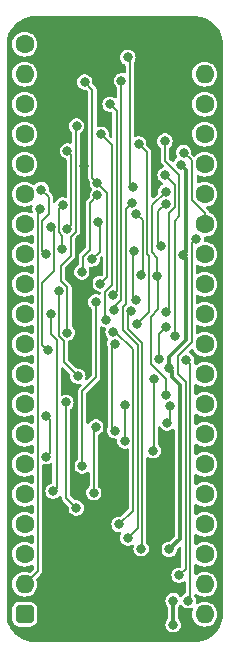
<source format=gbl>
%TF.GenerationSoftware,KiCad,Pcbnew,7.0.5*%
%TF.CreationDate,2024-01-27T16:15:16+02:00*%
%TF.ProjectId,Selector 12bit,53656c65-6374-46f7-9220-31326269742e,rev?*%
%TF.SameCoordinates,Original*%
%TF.FileFunction,Copper,L2,Bot*%
%TF.FilePolarity,Positive*%
%FSLAX46Y46*%
G04 Gerber Fmt 4.6, Leading zero omitted, Abs format (unit mm)*
G04 Created by KiCad (PCBNEW 7.0.5) date 2024-01-27 16:15:16*
%MOMM*%
%LPD*%
G01*
G04 APERTURE LIST*
G04 Aperture macros list*
%AMRoundRect*
0 Rectangle with rounded corners*
0 $1 Rounding radius*
0 $2 $3 $4 $5 $6 $7 $8 $9 X,Y pos of 4 corners*
0 Add a 4 corners polygon primitive as box body*
4,1,4,$2,$3,$4,$5,$6,$7,$8,$9,$2,$3,0*
0 Add four circle primitives for the rounded corners*
1,1,$1+$1,$2,$3*
1,1,$1+$1,$4,$5*
1,1,$1+$1,$6,$7*
1,1,$1+$1,$8,$9*
0 Add four rect primitives between the rounded corners*
20,1,$1+$1,$2,$3,$4,$5,0*
20,1,$1+$1,$4,$5,$6,$7,0*
20,1,$1+$1,$6,$7,$8,$9,0*
20,1,$1+$1,$8,$9,$2,$3,0*%
G04 Aperture macros list end*
%TA.AperFunction,ComponentPad*%
%ADD10C,1.600000*%
%TD*%
%TA.AperFunction,ComponentPad*%
%ADD11O,1.600000X1.600000*%
%TD*%
%TA.AperFunction,ComponentPad*%
%ADD12RoundRect,0.400000X-0.400000X-0.400000X0.400000X-0.400000X0.400000X0.400000X-0.400000X0.400000X0*%
%TD*%
%TA.AperFunction,ComponentPad*%
%ADD13R,1.600000X1.600000*%
%TD*%
%TA.AperFunction,ViaPad*%
%ADD14C,0.800000*%
%TD*%
%TA.AperFunction,Conductor*%
%ADD15C,0.380000*%
%TD*%
%TA.AperFunction,Conductor*%
%ADD16C,0.200000*%
%TD*%
G04 APERTURE END LIST*
D10*
%TO.P,J1,1,Pin_1*%
%TO.N,/~{E}*%
X114300000Y-53340000D03*
D11*
%TO.P,J1,2,Pin_2*%
%TO.N,/S*%
X114300000Y-55880000D03*
D10*
%TO.P,J1,3,Pin_3*%
%TO.N,/A11*%
X114300000Y-58420000D03*
%TO.P,J1,4,Pin_4*%
%TO.N,/A10*%
X114300000Y-60960000D03*
%TO.P,J1,5,Pin_5*%
%TO.N,/A9*%
X114300000Y-63500000D03*
%TO.P,J1,6,Pin_6*%
%TO.N,/A8*%
X114300000Y-66040000D03*
%TO.P,J1,7,Pin_7*%
%TO.N,/A7*%
X114300000Y-68580000D03*
%TO.P,J1,8,Pin_8*%
%TO.N,/A6*%
X114300000Y-71120000D03*
%TO.P,J1,9,Pin_9*%
%TO.N,/A5*%
X114300000Y-73660000D03*
%TO.P,J1,10,Pin_10*%
%TO.N,/A4*%
X114300000Y-76200000D03*
%TO.P,J1,11,Pin_11*%
%TO.N,/A3*%
X114300000Y-78740000D03*
%TO.P,J1,12,Pin_12*%
%TO.N,/A2*%
X114300000Y-81280000D03*
%TO.P,J1,13,Pin_13*%
%TO.N,/A1*%
X114300000Y-83820000D03*
%TO.P,J1,14,Pin_14*%
%TO.N,/A0*%
X114300000Y-86360000D03*
%TO.P,J1,15,Pin_15*%
%TO.N,/B11*%
X114300000Y-88900000D03*
%TO.P,J1,16,Pin_16*%
%TO.N,/B10*%
X114300000Y-91440000D03*
%TO.P,J1,17,Pin_17*%
%TO.N,/B9*%
X114300000Y-93980000D03*
%TO.P,J1,18,Pin_18*%
%TO.N,/B8*%
X114300000Y-96520000D03*
D11*
%TO.P,J1,19,Pin_19*%
%TO.N,/B7*%
X114300000Y-99060000D03*
D12*
%TO.P,J1,20,Pin_20*%
%TO.N,/5V*%
X114300000Y-101600000D03*
D11*
%TO.P,J1,21,Pin_21*%
%TO.N,/B6*%
X129540000Y-101600000D03*
%TO.P,J1,22,Pin_22*%
%TO.N,/B5*%
X129540000Y-99060000D03*
D10*
%TO.P,J1,23,Pin_23*%
%TO.N,/B4*%
X129540000Y-96520000D03*
%TO.P,J1,24,Pin_24*%
%TO.N,/B3*%
X129540000Y-93980000D03*
%TO.P,J1,25,Pin_25*%
%TO.N,/B2*%
X129540000Y-91440000D03*
%TO.P,J1,26,Pin_26*%
%TO.N,/B1*%
X129540000Y-88900000D03*
%TO.P,J1,27,Pin_27*%
%TO.N,/B0*%
X129540000Y-86360000D03*
%TO.P,J1,28,Pin_28*%
%TO.N,/Q0*%
X129540000Y-83820000D03*
%TO.P,J1,29,Pin_29*%
%TO.N,/Q1*%
X129540000Y-81280000D03*
%TO.P,J1,30,Pin_30*%
%TO.N,/Q2*%
X129540000Y-78740000D03*
%TO.P,J1,31,Pin_31*%
%TO.N,/Q3*%
X129540000Y-76200000D03*
%TO.P,J1,32,Pin_32*%
%TO.N,/Q4*%
X129540000Y-73660000D03*
%TO.P,J1,33,Pin_33*%
%TO.N,/Q5*%
X129540000Y-71120000D03*
%TO.P,J1,34,Pin_34*%
%TO.N,/Q6*%
X129540000Y-68580000D03*
%TO.P,J1,35,Pin_35*%
%TO.N,/Q7*%
X129540000Y-66040000D03*
%TO.P,J1,36,Pin_36*%
%TO.N,/Q8*%
X129540000Y-63500000D03*
%TO.P,J1,37,Pin_37*%
%TO.N,/Q9*%
X129540000Y-60960000D03*
%TO.P,J1,38,Pin_38*%
%TO.N,/Q10*%
X129540000Y-58420000D03*
D11*
%TO.P,J1,39,Pin_39*%
%TO.N,/Q11*%
X129540000Y-55880000D03*
D13*
%TO.P,J1,40,Pin_40*%
%TO.N,/GND*%
X129540000Y-53340000D03*
%TD*%
D14*
%TO.N,/5V*%
X126873000Y-100457000D03*
X126873000Y-102489000D03*
%TO.N,/GND*%
X124917200Y-58826400D03*
X120700800Y-82499200D03*
X124460000Y-97790000D03*
X119134647Y-79092944D03*
X118977420Y-69874820D03*
X118338601Y-97154999D03*
X119583200Y-80670400D03*
X121158000Y-87071200D03*
X120125825Y-72548878D03*
X116992403Y-63754003D03*
X119318000Y-63647560D03*
X116941600Y-59842400D03*
%TO.N,/3.3V*%
X127493454Y-63537554D03*
X127711200Y-71170800D03*
X126542800Y-80772000D03*
X126542802Y-96113600D03*
%TO.N,/S*%
X119380000Y-56540400D03*
X120700800Y-73609200D03*
X117220921Y-74245678D03*
X120451372Y-65090819D03*
X118796163Y-81449959D03*
%TO.N,/B7*%
X115595524Y-67302591D03*
%TO.N,/Q7*%
X117485844Y-70665576D03*
X117518000Y-66954400D03*
X125842800Y-70459600D03*
X126300000Y-66832480D03*
%TO.N,/B6*%
X116255800Y-79273400D03*
X128143000Y-100457000D03*
X116500000Y-68783200D03*
X127958784Y-80061072D03*
%TO.N,/Q6*%
X117918000Y-62382400D03*
X117900000Y-68972339D03*
X127758093Y-62509864D03*
%TO.N,/B5*%
X128828800Y-69799188D03*
X127381000Y-98298000D03*
%TO.N,/A5*%
X120006417Y-71556030D03*
X120548400Y-68427600D03*
%TO.N,/Q4*%
X123737503Y-67723279D03*
X124144400Y-72888867D03*
%TO.N,/B4*%
X123037600Y-95148400D03*
X123360538Y-66797049D03*
%TO.N,/A4*%
X120457998Y-66141600D03*
X119129953Y-72639676D03*
%TO.N,/~{E}*%
X125544400Y-72948800D03*
X123491295Y-65397049D03*
X126233382Y-65835147D03*
X123037600Y-54457600D03*
X126229168Y-83071397D03*
%TO.N,/A11*%
X121780800Y-74574400D03*
X121524800Y-58420000D03*
%TO.N,/B11*%
X120331703Y-75148000D03*
X119176800Y-89052398D03*
%TO.N,/Q11*%
X121891600Y-75844398D03*
X122489994Y-56438800D03*
%TO.N,/A10*%
X120777000Y-60960000D03*
X121158000Y-76657200D03*
%TO.N,/B10*%
X116500006Y-76149200D03*
X116713000Y-91186000D03*
%TO.N,/Q10*%
X117920921Y-77758651D03*
X118698896Y-60267276D03*
%TO.N,/Q9*%
X126171447Y-61546426D03*
X127050800Y-78028800D03*
%TO.N,/B9*%
X121782801Y-77698654D03*
X122290725Y-93990925D03*
%TO.N,/A9*%
X123788400Y-77040813D03*
X123952000Y-61775000D03*
%TO.N,/Q8*%
X126300000Y-76040359D03*
X126187199Y-64414399D03*
%TO.N,/B8*%
X124155196Y-96062800D03*
X123291600Y-75895200D03*
%TO.N,/A8*%
X123737289Y-74989974D03*
X123580800Y-70872400D03*
X115692455Y-65650023D03*
X116100000Y-71143224D03*
%TO.N,/B3*%
X117794000Y-83671535D03*
X118668800Y-92608400D03*
%TO.N,/Q3*%
X126300000Y-77276178D03*
X125677400Y-79982000D03*
%TO.N,/B2*%
X120340130Y-85761000D03*
X120142000Y-91313000D03*
%TO.N,/Q2*%
X121920000Y-86055200D03*
X121920000Y-78689200D03*
%TO.N,/Q1*%
X125222000Y-81686400D03*
X125176758Y-87759870D03*
%TO.N,/A1*%
X116140000Y-84836000D03*
X116140000Y-88265000D03*
%TO.N,/Q0*%
X126560993Y-84014741D03*
X126365000Y-85414741D03*
%TO.N,/A0*%
X122756800Y-86923396D03*
X122756800Y-83861000D03*
%TD*%
D15*
%TO.N,/5V*%
X126873000Y-100457000D02*
X126873000Y-102489000D01*
%TO.N,/GND*%
X116941600Y-59842400D02*
X116941600Y-63703200D01*
X120125825Y-72761033D02*
X120125825Y-72548878D01*
X127986800Y-57230000D02*
X127355600Y-57861200D01*
X129540000Y-53340000D02*
X130730000Y-54530000D01*
X130730000Y-56532915D02*
X130032915Y-57230000D01*
X121158000Y-87071200D02*
X121158000Y-94691200D01*
X119134647Y-79092944D02*
X119134647Y-73752211D01*
X127355600Y-57861200D02*
X125882400Y-57861200D01*
X118719600Y-70132640D02*
X118719600Y-71932800D01*
X119318000Y-69534240D02*
X118977420Y-69874820D01*
X116941600Y-63703200D02*
X116992403Y-63754003D01*
X121130000Y-87043200D02*
X121158000Y-87071200D01*
X119583200Y-79541497D02*
X119134647Y-79092944D01*
X118719600Y-71932800D02*
X118339953Y-72312447D01*
X121158000Y-94691200D02*
X118694201Y-97154999D01*
X118694201Y-97154999D02*
X118338601Y-97154999D01*
X119134647Y-73752211D02*
X120125825Y-72761033D01*
X120700800Y-82499200D02*
X121130000Y-82928400D01*
X119583200Y-80670400D02*
X119583200Y-79541497D01*
X118977420Y-69874820D02*
X118719600Y-70132640D01*
X118339953Y-72966906D02*
X119125258Y-73752211D01*
X118339953Y-72312447D02*
X118339953Y-72966906D01*
X130032915Y-57230000D02*
X127986800Y-57230000D01*
X119318000Y-63647560D02*
X119318000Y-69534240D01*
X130730000Y-54530000D02*
X130730000Y-56532915D01*
X125882400Y-57861200D02*
X124917200Y-58826400D01*
X121130000Y-82928400D02*
X121130000Y-87043200D01*
X119125258Y-73752211D02*
X119134647Y-73752211D01*
%TO.N,/3.3V*%
X127950000Y-78386942D02*
X126542800Y-79794142D01*
X126542800Y-79794142D02*
X126542800Y-80772000D01*
X127950000Y-70932000D02*
X127711200Y-71170800D01*
X127430800Y-82218800D02*
X127430800Y-95225602D01*
X127711200Y-71170800D02*
X127950000Y-71409600D01*
X126542800Y-80772000D02*
X126768784Y-80997984D01*
X127950000Y-71409600D02*
X127950000Y-78386942D01*
X126768784Y-81556784D02*
X127430800Y-82218800D01*
X127950000Y-63994100D02*
X127950000Y-70932000D01*
X126768784Y-80997984D02*
X126768784Y-81556784D01*
X127430800Y-95225602D02*
X126542802Y-96113600D01*
X127493454Y-63537554D02*
X127950000Y-63994100D01*
D16*
%TO.N,/S*%
X117630971Y-78458651D02*
X117630971Y-80284767D01*
X117220921Y-74245678D02*
X117220921Y-78048601D01*
X117630971Y-80284767D02*
X118796163Y-81449959D01*
X120700800Y-73609200D02*
X121280800Y-73029200D01*
X120040400Y-64679847D02*
X120040400Y-57200800D01*
X117220921Y-78048601D02*
X117630971Y-78458651D01*
X120040400Y-57200800D02*
X119380000Y-56540400D01*
X120451372Y-65090819D02*
X120040400Y-64679847D01*
X121280800Y-65920247D02*
X120451372Y-65090819D01*
X121280800Y-73029200D02*
X121280800Y-65920247D01*
%TO.N,/B7*%
X115395619Y-69238835D02*
X115400000Y-69243217D01*
X115400000Y-69035635D02*
X115395619Y-69040016D01*
X115595524Y-67302591D02*
X115400000Y-67498115D01*
X115400000Y-69243217D02*
X115400000Y-97960000D01*
X115395619Y-69040016D02*
X115395619Y-69238835D01*
X115400000Y-97960000D02*
X114300000Y-99060000D01*
X115400000Y-67498115D02*
X115400000Y-69035635D01*
%TO.N,/Q7*%
X125628400Y-67504080D02*
X125628400Y-70245200D01*
X117195619Y-69262289D02*
X117485844Y-69552514D01*
X117518000Y-66954400D02*
X117200000Y-67272400D01*
X117485844Y-69552514D02*
X117485844Y-70665576D01*
X117195619Y-69077531D02*
X117195619Y-69262289D01*
X117200000Y-67272400D02*
X117200000Y-69073150D01*
X117200000Y-69073150D02*
X117195619Y-69077531D01*
X125628400Y-70245200D02*
X125842800Y-70459600D01*
X126300000Y-66832480D02*
X125628400Y-67504080D01*
%TO.N,/B6*%
X116785844Y-70955526D02*
X116785844Y-69069044D01*
X128320800Y-100279200D02*
X128320800Y-80423088D01*
X115800000Y-73582400D02*
X116800000Y-72582400D01*
X116800000Y-72582400D02*
X116800000Y-70969682D01*
X128143000Y-100457000D02*
X128320800Y-100279200D01*
X115800000Y-78817600D02*
X115800000Y-73582400D01*
X128320800Y-80423088D02*
X127958784Y-80061072D01*
X116255800Y-79273400D02*
X115800000Y-78817600D01*
X116785844Y-69069044D02*
X116500000Y-68783200D01*
X116800000Y-70969682D02*
X116785844Y-70955526D01*
%TO.N,/Q6*%
X118218000Y-62682400D02*
X118218000Y-68654339D01*
X129540000Y-67595635D02*
X129540000Y-68580000D01*
X128430800Y-63182571D02*
X128430800Y-63781935D01*
X127758093Y-62509864D02*
X128430800Y-63182571D01*
X128440000Y-66495635D02*
X129540000Y-67595635D01*
X118218000Y-68654339D02*
X117900000Y-68972339D01*
X128455200Y-63970835D02*
X128506000Y-64021635D01*
X128506000Y-65518365D02*
X128440000Y-65584365D01*
X128506000Y-64021635D02*
X128506000Y-65518365D01*
X128440000Y-65584365D02*
X128440000Y-66495635D01*
X117918000Y-62382400D02*
X118218000Y-62682400D01*
X128430800Y-63781935D02*
X128455200Y-63806336D01*
X128455200Y-63806336D02*
X128455200Y-63970835D01*
%TO.N,/B5*%
X127920800Y-97758200D02*
X127920800Y-81914236D01*
X127258784Y-79771122D02*
X128440000Y-78589906D01*
X127381000Y-98298000D02*
X127920800Y-97758200D01*
X128440000Y-70187988D02*
X128828800Y-69799188D01*
X128440000Y-78589906D02*
X128440000Y-70187988D01*
X127258784Y-81252220D02*
X127258784Y-79771122D01*
X127920800Y-81914236D02*
X127258784Y-81252220D01*
%TO.N,/A5*%
X120644400Y-68523600D02*
X120644400Y-70918047D01*
X120548400Y-68427600D02*
X120644400Y-68523600D01*
X120644400Y-70918047D02*
X120006417Y-71556030D01*
%TO.N,/Q4*%
X124280800Y-68266576D02*
X124280800Y-72752467D01*
X123737503Y-67723279D02*
X124280800Y-68266576D01*
X124280800Y-72752467D02*
X124144400Y-72888867D01*
%TO.N,/B4*%
X123360538Y-66797049D02*
X122880800Y-67276787D01*
X122880800Y-67276787D02*
X122880800Y-75316050D01*
X123856800Y-78772450D02*
X123856800Y-94329200D01*
X122880800Y-75316050D02*
X122591600Y-75605250D01*
X122591600Y-77507250D02*
X123856800Y-78772450D01*
X123856800Y-94329200D02*
X123037600Y-95148400D01*
X122591600Y-75605250D02*
X122591600Y-77507250D01*
%TO.N,/A4*%
X119209601Y-72560028D02*
X119129953Y-72639676D01*
X119808800Y-70722836D02*
X119209601Y-71322035D01*
X119209601Y-71322035D02*
X119209601Y-72560028D01*
X120457998Y-66141600D02*
X119808800Y-66790798D01*
X119808800Y-66790798D02*
X119808800Y-70722836D01*
%TO.N,/~{E}*%
X124977400Y-80451850D02*
X124977400Y-76417499D01*
X125080800Y-70971443D02*
X125544400Y-71435043D01*
X126233382Y-65835147D02*
X125080800Y-66987729D01*
X126229168Y-83071397D02*
X126229168Y-81703618D01*
X125544400Y-71435043D02*
X125544400Y-72948800D01*
X123190000Y-65095754D02*
X123190000Y-54610000D01*
X125600000Y-75794899D02*
X125600000Y-73004400D01*
X125600000Y-73004400D02*
X125544400Y-72948800D01*
X123491295Y-65397049D02*
X123190000Y-65095754D01*
X123190000Y-54610000D02*
X123037600Y-54457600D01*
X125080800Y-66987729D02*
X125080800Y-70971443D01*
X126229168Y-81703618D02*
X124977400Y-80451850D01*
X124977400Y-76417499D02*
X125600000Y-75794899D01*
%TO.N,/A11*%
X122080800Y-58976000D02*
X122080800Y-74274400D01*
X122080800Y-74274400D02*
X121780800Y-74574400D01*
X121524800Y-58420000D02*
X122080800Y-58976000D01*
%TO.N,/B11*%
X119176800Y-82698785D02*
X119176800Y-89052398D01*
X120331703Y-81543882D02*
X119176800Y-82698785D01*
X120331703Y-75148000D02*
X120331703Y-81543882D01*
%TO.N,/Q11*%
X122480800Y-56447994D02*
X122489994Y-56438800D01*
X121891600Y-75592750D02*
X122480800Y-75003550D01*
X121891600Y-75844398D02*
X121891600Y-75592750D01*
X122480800Y-75003550D02*
X122480800Y-56447994D01*
%TO.N,/A10*%
X120777000Y-60960000D02*
X121680800Y-61863800D01*
X121666000Y-73699250D02*
X121080800Y-74284450D01*
X121680800Y-73289600D02*
X121666000Y-73304400D01*
X121080800Y-74284450D02*
X121080800Y-76580000D01*
X121080800Y-76580000D02*
X121158000Y-76657200D01*
X121680800Y-61863800D02*
X121680800Y-73289600D01*
X121666000Y-73304400D02*
X121666000Y-73699250D01*
%TO.N,/B10*%
X116998800Y-90900200D02*
X116998800Y-78397686D01*
X116500006Y-77898892D02*
X116500006Y-76149200D01*
X116998800Y-78397686D02*
X116500006Y-77898892D01*
X116713000Y-91186000D02*
X116998800Y-90900200D01*
%TO.N,/Q10*%
X117366000Y-72136236D02*
X118229600Y-71272636D01*
X118618000Y-69244289D02*
X118618000Y-60348172D01*
X118229600Y-69632689D02*
X118618000Y-69244289D01*
X118618000Y-60348172D02*
X118698896Y-60267276D01*
X118229600Y-71272636D02*
X118229600Y-69632689D01*
X117366000Y-73354964D02*
X117366000Y-72136236D01*
X117920921Y-73909885D02*
X117366000Y-73354964D01*
X117920921Y-77758651D02*
X117920921Y-73909885D01*
%TO.N,/Q9*%
X127406400Y-67868800D02*
X127406400Y-64440450D01*
X127406400Y-64440450D02*
X126171447Y-63205497D01*
X127000000Y-68275200D02*
X127406400Y-67868800D01*
X127000000Y-77978000D02*
X127000000Y-68275200D01*
X127050800Y-78028800D02*
X127000000Y-77978000D01*
X126171447Y-63205497D02*
X126171447Y-61546426D01*
%TO.N,/B9*%
X123456800Y-79185250D02*
X121970204Y-77698654D01*
X123456800Y-92824850D02*
X123456800Y-79185250D01*
X121970204Y-77698654D02*
X121782801Y-77698654D01*
X122290725Y-93990925D02*
X123456800Y-92824850D01*
%TO.N,/A9*%
X124680800Y-71137128D02*
X124680800Y-62503800D01*
X124844400Y-71300729D02*
X124680800Y-71137128D01*
X123788400Y-77040813D02*
X124844400Y-75984813D01*
X124844400Y-75984813D02*
X124844400Y-71300729D01*
X124680800Y-62503800D02*
X123952000Y-61775000D01*
%TO.N,/Q8*%
X126542800Y-75797559D02*
X126300000Y-76040359D01*
X126542800Y-67614800D02*
X126542800Y-75797559D01*
X127000000Y-67157600D02*
X126542800Y-67614800D01*
X126187199Y-64414399D02*
X127000000Y-65227200D01*
X127000000Y-65227200D02*
X127000000Y-67157600D01*
%TO.N,/B8*%
X124256800Y-95961196D02*
X124155196Y-96062800D01*
X124256800Y-78606764D02*
X124256800Y-95961196D01*
X123291600Y-75895200D02*
X123088400Y-76098400D01*
X123088400Y-77438364D02*
X124256800Y-78606764D01*
X123088400Y-76098400D02*
X123088400Y-77438364D01*
%TO.N,/A8*%
X123444000Y-71009200D02*
X123580800Y-70872400D01*
X115800000Y-68274450D02*
X115800000Y-70843224D01*
X115692455Y-65650023D02*
X116333392Y-66290960D01*
X116333392Y-67741058D02*
X115800000Y-68274450D01*
X116333392Y-66290960D02*
X116333392Y-67741058D01*
X123444000Y-74696685D02*
X123444000Y-71009200D01*
X123737289Y-74989974D02*
X123444000Y-74696685D01*
X115800000Y-70843224D02*
X116100000Y-71143224D01*
%TO.N,/B3*%
X117794000Y-83671535D02*
X117794000Y-91733600D01*
X117794000Y-91733600D02*
X118668800Y-92608400D01*
%TO.N,/Q3*%
X125677400Y-79982000D02*
X125677400Y-77898778D01*
X125677400Y-77898778D02*
X126300000Y-77276178D01*
%TO.N,/B2*%
X120142000Y-85959130D02*
X120340130Y-85761000D01*
X120142000Y-91313000D02*
X120142000Y-85959130D01*
%TO.N,/Q2*%
X121920000Y-86055200D02*
X121716800Y-85852000D01*
X121716800Y-85852000D02*
X121716800Y-78892400D01*
X121716800Y-78892400D02*
X121920000Y-78689200D01*
%TO.N,/Q1*%
X125222000Y-87714628D02*
X125176758Y-87759870D01*
X125222000Y-81686400D02*
X125222000Y-87714628D01*
%TO.N,/A1*%
X116140000Y-84836000D02*
X116440000Y-85136000D01*
X116440000Y-85136000D02*
X116440000Y-87965000D01*
X116440000Y-87965000D02*
X116140000Y-88265000D01*
%TO.N,/Q0*%
X126560993Y-85218748D02*
X126365000Y-85414741D01*
X126560993Y-84014741D02*
X126560993Y-85218748D01*
%TO.N,/A0*%
X122756800Y-83861000D02*
X122756800Y-86923396D01*
%TD*%
%TA.AperFunction,Conductor*%
%TO.N,/GND*%
G36*
X128706138Y-50976880D02*
G01*
X128706155Y-50976881D01*
X128985390Y-50993767D01*
X128992823Y-50994671D01*
X129017541Y-50999200D01*
X129266153Y-51044757D01*
X129273415Y-51046548D01*
X129538710Y-51129215D01*
X129545716Y-51131872D01*
X129799109Y-51245911D01*
X129805740Y-51249391D01*
X130043553Y-51393152D01*
X130049700Y-51397395D01*
X130268452Y-51568773D01*
X130274049Y-51573733D01*
X130470543Y-51770224D01*
X130475513Y-51775833D01*
X130646879Y-51994564D01*
X130651136Y-52000731D01*
X130794893Y-52238532D01*
X130798375Y-52245167D01*
X130912419Y-52498557D01*
X130915072Y-52505551D01*
X130992351Y-52753547D01*
X130997742Y-52770847D01*
X130999535Y-52778123D01*
X131049624Y-53051448D01*
X131050527Y-53058887D01*
X131067386Y-53337568D01*
X131067499Y-53341313D01*
X131067499Y-101598138D01*
X131067386Y-101601883D01*
X131050494Y-101881108D01*
X131049591Y-101888547D01*
X130999504Y-102161864D01*
X130997711Y-102169140D01*
X130915044Y-102434428D01*
X130912386Y-102441435D01*
X130798348Y-102694815D01*
X130794865Y-102701451D01*
X130651111Y-102939246D01*
X130646854Y-102945413D01*
X130475489Y-103164143D01*
X130470519Y-103169752D01*
X130274032Y-103366237D01*
X130268423Y-103371206D01*
X130049687Y-103542573D01*
X130043520Y-103546830D01*
X129805730Y-103690576D01*
X129799095Y-103694058D01*
X129545708Y-103808095D01*
X129538702Y-103810752D01*
X129273405Y-103893419D01*
X129266129Y-103895213D01*
X128992820Y-103945295D01*
X128985381Y-103946199D01*
X128705610Y-103963119D01*
X128701867Y-103963232D01*
X115137604Y-103963232D01*
X115133861Y-103963119D01*
X114854615Y-103946232D01*
X114847175Y-103945328D01*
X114573860Y-103895245D01*
X114566584Y-103893451D01*
X114301288Y-103810784D01*
X114294282Y-103808127D01*
X114040890Y-103694087D01*
X114034255Y-103690605D01*
X113796457Y-103546854D01*
X113790295Y-103542601D01*
X113571549Y-103371227D01*
X113565950Y-103366266D01*
X113369456Y-103169775D01*
X113364490Y-103164171D01*
X113193120Y-102945435D01*
X113188863Y-102939268D01*
X113165633Y-102900842D01*
X113045096Y-102701451D01*
X113041632Y-102694851D01*
X112927577Y-102441432D01*
X112924930Y-102434455D01*
X112842254Y-102169140D01*
X112840463Y-102161873D01*
X112822839Y-102065701D01*
X113249500Y-102065701D01*
X113252401Y-102102567D01*
X113252402Y-102102573D01*
X113298254Y-102260393D01*
X113298255Y-102260396D01*
X113381917Y-102401862D01*
X113381923Y-102401870D01*
X113498129Y-102518076D01*
X113498133Y-102518079D01*
X113498135Y-102518081D01*
X113639602Y-102601744D01*
X113681224Y-102613836D01*
X113797426Y-102647597D01*
X113797429Y-102647597D01*
X113797431Y-102647598D01*
X113834306Y-102650500D01*
X113834314Y-102650500D01*
X114765686Y-102650500D01*
X114765694Y-102650500D01*
X114802569Y-102647598D01*
X114802571Y-102647597D01*
X114802573Y-102647597D01*
X114844899Y-102635300D01*
X114960398Y-102601744D01*
X115101865Y-102518081D01*
X115218081Y-102401865D01*
X115301744Y-102260398D01*
X115347598Y-102102569D01*
X115350500Y-102065694D01*
X115350500Y-101134306D01*
X115347598Y-101097431D01*
X115341649Y-101076956D01*
X115301745Y-100939606D01*
X115301744Y-100939603D01*
X115301744Y-100939602D01*
X115218081Y-100798135D01*
X115218079Y-100798133D01*
X115218076Y-100798129D01*
X115101870Y-100681923D01*
X115101862Y-100681917D01*
X115005229Y-100624769D01*
X114960398Y-100598256D01*
X114960397Y-100598255D01*
X114960396Y-100598255D01*
X114960393Y-100598254D01*
X114802573Y-100552402D01*
X114802567Y-100552401D01*
X114765701Y-100549500D01*
X114765694Y-100549500D01*
X113834306Y-100549500D01*
X113834298Y-100549500D01*
X113797432Y-100552401D01*
X113797426Y-100552402D01*
X113639606Y-100598254D01*
X113639603Y-100598255D01*
X113498137Y-100681917D01*
X113498129Y-100681923D01*
X113381923Y-100798129D01*
X113381917Y-100798137D01*
X113298255Y-100939603D01*
X113298254Y-100939606D01*
X113252402Y-101097426D01*
X113252401Y-101097432D01*
X113249500Y-101134298D01*
X113249500Y-102065701D01*
X112822839Y-102065701D01*
X112790375Y-101888551D01*
X112789471Y-101881112D01*
X112772613Y-101602411D01*
X112772500Y-101598667D01*
X112772500Y-99060000D01*
X113244417Y-99060000D01*
X113264699Y-99265932D01*
X113264700Y-99265934D01*
X113324768Y-99463954D01*
X113422315Y-99646450D01*
X113422317Y-99646452D01*
X113553589Y-99806410D01*
X113633965Y-99872372D01*
X113713550Y-99937685D01*
X113896046Y-100035232D01*
X114094066Y-100095300D01*
X114094065Y-100095300D01*
X114112529Y-100097118D01*
X114300000Y-100115583D01*
X114505934Y-100095300D01*
X114703954Y-100035232D01*
X114886450Y-99937685D01*
X115046410Y-99806410D01*
X115177685Y-99646450D01*
X115275232Y-99463954D01*
X115335300Y-99265934D01*
X115355583Y-99060000D01*
X115335300Y-98854066D01*
X115279210Y-98669163D01*
X115278588Y-98599297D01*
X115310189Y-98545490D01*
X115613043Y-98242636D01*
X115632894Y-98226516D01*
X115640669Y-98221437D01*
X115660864Y-98195488D01*
X115665942Y-98189737D01*
X115668375Y-98187306D01*
X115680301Y-98170600D01*
X115681804Y-98168584D01*
X115712517Y-98129126D01*
X115712519Y-98129117D01*
X115716017Y-98122655D01*
X115719241Y-98116063D01*
X115728557Y-98084769D01*
X115733506Y-98068144D01*
X115734264Y-98065777D01*
X115750500Y-98018488D01*
X115750500Y-98018481D01*
X115751706Y-98011256D01*
X115752617Y-98003952D01*
X115750553Y-97954050D01*
X115750500Y-97951488D01*
X115750500Y-88997240D01*
X115770185Y-88930201D01*
X115822989Y-88884446D01*
X115892147Y-88874502D01*
X115904175Y-88876843D01*
X115907634Y-88877695D01*
X115907635Y-88877696D01*
X116061015Y-88915500D01*
X116218985Y-88915500D01*
X116372365Y-88877696D01*
X116466675Y-88828197D01*
X116535181Y-88814472D01*
X116600235Y-88839964D01*
X116641180Y-88896579D01*
X116648300Y-88937994D01*
X116648300Y-90434830D01*
X116628615Y-90501869D01*
X116575811Y-90547624D01*
X116553975Y-90555227D01*
X116480633Y-90573304D01*
X116340762Y-90646715D01*
X116222516Y-90751471D01*
X116132781Y-90881475D01*
X116132780Y-90881476D01*
X116076762Y-91029181D01*
X116057721Y-91185999D01*
X116057721Y-91186000D01*
X116076762Y-91342818D01*
X116113619Y-91440000D01*
X116132780Y-91490523D01*
X116222517Y-91620530D01*
X116340760Y-91725283D01*
X116340762Y-91725284D01*
X116480634Y-91798696D01*
X116634014Y-91836500D01*
X116634015Y-91836500D01*
X116791985Y-91836500D01*
X116945365Y-91798696D01*
X117014063Y-91762640D01*
X117085240Y-91725283D01*
X117203483Y-91620530D01*
X117217450Y-91600294D01*
X117271732Y-91556305D01*
X117341181Y-91548645D01*
X117403746Y-91579748D01*
X117439563Y-91639739D01*
X117443500Y-91670735D01*
X117443500Y-91684388D01*
X117440861Y-91709832D01*
X117438957Y-91718911D01*
X117438957Y-91718917D01*
X117443023Y-91751537D01*
X117443500Y-91759214D01*
X117443500Y-91762640D01*
X117446232Y-91779020D01*
X117446876Y-91782876D01*
X117447245Y-91785408D01*
X117453427Y-91834993D01*
X117455520Y-91842026D01*
X117457907Y-91848979D01*
X117457908Y-91848981D01*
X117459695Y-91852283D01*
X117481691Y-91892930D01*
X117482864Y-91895208D01*
X117504802Y-91940084D01*
X117504804Y-91940086D01*
X117509071Y-91946064D01*
X117513582Y-91951859D01*
X117550341Y-91985698D01*
X117552190Y-91987472D01*
X117988109Y-92423391D01*
X118021594Y-92484714D01*
X118023524Y-92526017D01*
X118013522Y-92608399D01*
X118013522Y-92608400D01*
X118032562Y-92765218D01*
X118088580Y-92912923D01*
X118178317Y-93042930D01*
X118296560Y-93147683D01*
X118296562Y-93147684D01*
X118436434Y-93221096D01*
X118589814Y-93258900D01*
X118589815Y-93258900D01*
X118747785Y-93258900D01*
X118901165Y-93221096D01*
X118951000Y-93194940D01*
X119041040Y-93147683D01*
X119159283Y-93042930D01*
X119249020Y-92912923D01*
X119305037Y-92765218D01*
X119324078Y-92608400D01*
X119305037Y-92451582D01*
X119249020Y-92303877D01*
X119159283Y-92173870D01*
X119041040Y-92069117D01*
X119041038Y-92069116D01*
X119041037Y-92069115D01*
X118901165Y-91995703D01*
X118747786Y-91957900D01*
X118747785Y-91957900D01*
X118589815Y-91957900D01*
X118589813Y-91957900D01*
X118582372Y-91958804D01*
X118581984Y-91955609D01*
X118526462Y-91952876D01*
X118479524Y-91923442D01*
X118180819Y-91624737D01*
X118147334Y-91563414D01*
X118144500Y-91537056D01*
X118144500Y-84285885D01*
X118164185Y-84218846D01*
X118186271Y-84193071D01*
X118284483Y-84106065D01*
X118374220Y-83976058D01*
X118430237Y-83828353D01*
X118449278Y-83671535D01*
X118430237Y-83514717D01*
X118426903Y-83505927D01*
X118377598Y-83375920D01*
X118374220Y-83367012D01*
X118284483Y-83237005D01*
X118166240Y-83132252D01*
X118166238Y-83132251D01*
X118166237Y-83132250D01*
X118026365Y-83058838D01*
X117872986Y-83021035D01*
X117872985Y-83021035D01*
X117715015Y-83021035D01*
X117715014Y-83021035D01*
X117561634Y-83058838D01*
X117530926Y-83074956D01*
X117462418Y-83088682D01*
X117397365Y-83063190D01*
X117356420Y-83006574D01*
X117349300Y-82965160D01*
X117349300Y-80798140D01*
X117368985Y-80731101D01*
X117421789Y-80685346D01*
X117490947Y-80675402D01*
X117554503Y-80704427D01*
X117560981Y-80710459D01*
X118115472Y-81264950D01*
X118148957Y-81326273D01*
X118150887Y-81367576D01*
X118140884Y-81449958D01*
X118140885Y-81449959D01*
X118159925Y-81606777D01*
X118197760Y-81706538D01*
X118215943Y-81754482D01*
X118305680Y-81884489D01*
X118423923Y-81989242D01*
X118423925Y-81989243D01*
X118563797Y-82062655D01*
X118717177Y-82100459D01*
X118717178Y-82100459D01*
X118875148Y-82100459D01*
X118979804Y-82074664D01*
X119049605Y-82077733D01*
X119106667Y-82118053D01*
X119132873Y-82182822D01*
X119119901Y-82251477D01*
X119097159Y-82282742D01*
X118963755Y-82416146D01*
X118943906Y-82432267D01*
X118936131Y-82437347D01*
X118915943Y-82463283D01*
X118910867Y-82469033D01*
X118908434Y-82471466D01*
X118908424Y-82471479D01*
X118896495Y-82488186D01*
X118894964Y-82490238D01*
X118864283Y-82529657D01*
X118860775Y-82536138D01*
X118857561Y-82542716D01*
X118843306Y-82590594D01*
X118842525Y-82593031D01*
X118826299Y-82640297D01*
X118825094Y-82647518D01*
X118824182Y-82654831D01*
X118826247Y-82704733D01*
X118826300Y-82707295D01*
X118826300Y-88438047D01*
X118806615Y-88505086D01*
X118784528Y-88530860D01*
X118767315Y-88546111D01*
X118686316Y-88617869D01*
X118596581Y-88747873D01*
X118596580Y-88747874D01*
X118540562Y-88895579D01*
X118521521Y-89052397D01*
X118521521Y-89052398D01*
X118540562Y-89209216D01*
X118576492Y-89303954D01*
X118596580Y-89356921D01*
X118686317Y-89486928D01*
X118804560Y-89591681D01*
X118804562Y-89591682D01*
X118944434Y-89665094D01*
X119097814Y-89702898D01*
X119097815Y-89702898D01*
X119255785Y-89702898D01*
X119409165Y-89665094D01*
X119549037Y-89591683D01*
X119549038Y-89591681D01*
X119549040Y-89591681D01*
X119585274Y-89559580D01*
X119648504Y-89529861D01*
X119717767Y-89539043D01*
X119771071Y-89584215D01*
X119791492Y-89651034D01*
X119791499Y-89652397D01*
X119791499Y-90698649D01*
X119771814Y-90765688D01*
X119749726Y-90791464D01*
X119651518Y-90878468D01*
X119561781Y-91008475D01*
X119561780Y-91008476D01*
X119505762Y-91156181D01*
X119486721Y-91312999D01*
X119486721Y-91313000D01*
X119505762Y-91469818D01*
X119535658Y-91548645D01*
X119561780Y-91617523D01*
X119651517Y-91747530D01*
X119769760Y-91852283D01*
X119769762Y-91852284D01*
X119909634Y-91925696D01*
X120063014Y-91963500D01*
X120063015Y-91963500D01*
X120220985Y-91963500D01*
X120374365Y-91925696D01*
X120434672Y-91894044D01*
X120514240Y-91852283D01*
X120632483Y-91747530D01*
X120722220Y-91617523D01*
X120778237Y-91469818D01*
X120797278Y-91313000D01*
X120781858Y-91185999D01*
X120778237Y-91156181D01*
X120756992Y-91100163D01*
X120722220Y-91008477D01*
X120632483Y-90878470D01*
X120534272Y-90791463D01*
X120497147Y-90732276D01*
X120492500Y-90698649D01*
X120492500Y-86489624D01*
X120512185Y-86422585D01*
X120564989Y-86376830D01*
X120572487Y-86373699D01*
X120572490Y-86373697D01*
X120572495Y-86373696D01*
X120712370Y-86300283D01*
X120830613Y-86195530D01*
X120920350Y-86065523D01*
X120976367Y-85917818D01*
X120995408Y-85761000D01*
X120977967Y-85617355D01*
X120976367Y-85604181D01*
X120944594Y-85520403D01*
X120920350Y-85456477D01*
X120830613Y-85326470D01*
X120712370Y-85221717D01*
X120712368Y-85221716D01*
X120712367Y-85221715D01*
X120572495Y-85148303D01*
X120419116Y-85110500D01*
X120419115Y-85110500D01*
X120261145Y-85110500D01*
X120261144Y-85110500D01*
X120107764Y-85148303D01*
X119967892Y-85221715D01*
X119849646Y-85326471D01*
X119755649Y-85462650D01*
X119754022Y-85461527D01*
X119712508Y-85504430D01*
X119644489Y-85520403D01*
X119578632Y-85497065D01*
X119535846Y-85441828D01*
X119527300Y-85396590D01*
X119527300Y-82895328D01*
X119546985Y-82828289D01*
X119563614Y-82807651D01*
X120544749Y-81826516D01*
X120564605Y-81810393D01*
X120572372Y-81805319D01*
X120592576Y-81779359D01*
X120597644Y-81773621D01*
X120600078Y-81771189D01*
X120612016Y-81754467D01*
X120613512Y-81752460D01*
X120644220Y-81713008D01*
X120644221Y-81713002D01*
X120647720Y-81706538D01*
X120650940Y-81699952D01*
X120650940Y-81699951D01*
X120650942Y-81699949D01*
X120665212Y-81652015D01*
X120665958Y-81649686D01*
X120682203Y-81602370D01*
X120682202Y-81602363D01*
X120683407Y-81595139D01*
X120684316Y-81587846D01*
X120684320Y-81587836D01*
X120682255Y-81537931D01*
X120682203Y-81535371D01*
X120682203Y-79442717D01*
X120682203Y-77347249D01*
X120701887Y-77280214D01*
X120754691Y-77234459D01*
X120823849Y-77224515D01*
X120863827Y-77237456D01*
X120925635Y-77269896D01*
X121079015Y-77307700D01*
X121079017Y-77307700D01*
X121086093Y-77309444D01*
X121146474Y-77344600D01*
X121178263Y-77406819D01*
X121172361Y-77473811D01*
X121146564Y-77541832D01*
X121146564Y-77541834D01*
X121127523Y-77698653D01*
X121127523Y-77698654D01*
X121146563Y-77855472D01*
X121173937Y-77927650D01*
X121202581Y-78003177D01*
X121292318Y-78133184D01*
X121347263Y-78181861D01*
X121384390Y-78241050D01*
X121383622Y-78310915D01*
X121367087Y-78345115D01*
X121339780Y-78384676D01*
X121283762Y-78532381D01*
X121264721Y-78689199D01*
X121264721Y-78689200D01*
X121283762Y-78846018D01*
X121339780Y-78993723D01*
X121339782Y-78993728D01*
X121344350Y-79000345D01*
X121366232Y-79066700D01*
X121366299Y-79070783D01*
X121366300Y-85673616D01*
X121346615Y-85740655D01*
X121344353Y-85744052D01*
X121339780Y-85750677D01*
X121283762Y-85898381D01*
X121264721Y-86055199D01*
X121264721Y-86055200D01*
X121283762Y-86212018D01*
X121339780Y-86359723D01*
X121429517Y-86489730D01*
X121547760Y-86594483D01*
X121547762Y-86594484D01*
X121687634Y-86667896D01*
X121841014Y-86705700D01*
X121987988Y-86705700D01*
X122055027Y-86725385D01*
X122100782Y-86778189D01*
X122111084Y-86844647D01*
X122101522Y-86923396D01*
X122101521Y-86923396D01*
X122120562Y-87080214D01*
X122176200Y-87226918D01*
X122176580Y-87227919D01*
X122266317Y-87357926D01*
X122384560Y-87462679D01*
X122384562Y-87462680D01*
X122524434Y-87536092D01*
X122677814Y-87573896D01*
X122677815Y-87573896D01*
X122835785Y-87573896D01*
X122952625Y-87545098D01*
X123022428Y-87548167D01*
X123079490Y-87588487D01*
X123105695Y-87653257D01*
X123106300Y-87665495D01*
X123106300Y-92628305D01*
X123086615Y-92695344D01*
X123069981Y-92715986D01*
X122479999Y-93305967D01*
X122418676Y-93339452D01*
X122377446Y-93338929D01*
X122377155Y-93341329D01*
X122369710Y-93340425D01*
X122211740Y-93340425D01*
X122211739Y-93340425D01*
X122058359Y-93378228D01*
X121918487Y-93451640D01*
X121800241Y-93556396D01*
X121710506Y-93686400D01*
X121710505Y-93686401D01*
X121654487Y-93834106D01*
X121635447Y-93990924D01*
X121635447Y-93990925D01*
X121654487Y-94147743D01*
X121682019Y-94220337D01*
X121710505Y-94295448D01*
X121800242Y-94425455D01*
X121918485Y-94530208D01*
X121918487Y-94530209D01*
X122058359Y-94603621D01*
X122211739Y-94641425D01*
X122360860Y-94641425D01*
X122427899Y-94661110D01*
X122473654Y-94713914D01*
X122483598Y-94783072D01*
X122462911Y-94835864D01*
X122457380Y-94843876D01*
X122401362Y-94991581D01*
X122382321Y-95148399D01*
X122382321Y-95148400D01*
X122401362Y-95305218D01*
X122457379Y-95452922D01*
X122457380Y-95452923D01*
X122547117Y-95582930D01*
X122665360Y-95687683D01*
X122665362Y-95687684D01*
X122805234Y-95761096D01*
X122958614Y-95798900D01*
X122958615Y-95798900D01*
X123116585Y-95798900D01*
X123269965Y-95761096D01*
X123359931Y-95713877D01*
X123428436Y-95700152D01*
X123493489Y-95725644D01*
X123534434Y-95782259D01*
X123538271Y-95852023D01*
X123533498Y-95867643D01*
X123518958Y-95905981D01*
X123499918Y-96062799D01*
X123499918Y-96062800D01*
X123518958Y-96219618D01*
X123574976Y-96367322D01*
X123574976Y-96367323D01*
X123664713Y-96497330D01*
X123782956Y-96602083D01*
X123782958Y-96602084D01*
X123922830Y-96675496D01*
X124076210Y-96713300D01*
X124076211Y-96713300D01*
X124234181Y-96713300D01*
X124387561Y-96675496D01*
X124430646Y-96652883D01*
X124527436Y-96602083D01*
X124645679Y-96497330D01*
X124735416Y-96367323D01*
X124791433Y-96219618D01*
X124810474Y-96062800D01*
X124791433Y-95905982D01*
X124735416Y-95758277D01*
X124645679Y-95628270D01*
X124645675Y-95628266D01*
X124640705Y-95622656D01*
X124642609Y-95620968D01*
X124611950Y-95572102D01*
X124607300Y-95538468D01*
X124607300Y-88399285D01*
X124626985Y-88332246D01*
X124679789Y-88286491D01*
X124748947Y-88276547D01*
X124797853Y-88295713D01*
X124797877Y-88295668D01*
X124798287Y-88295883D01*
X124801744Y-88297238D01*
X124804521Y-88299155D01*
X124944392Y-88372566D01*
X125097772Y-88410370D01*
X125097773Y-88410370D01*
X125255743Y-88410370D01*
X125409123Y-88372566D01*
X125485945Y-88332246D01*
X125548998Y-88299153D01*
X125667241Y-88194400D01*
X125756978Y-88064393D01*
X125812995Y-87916688D01*
X125832036Y-87759870D01*
X125812995Y-87603052D01*
X125807471Y-87588487D01*
X125764285Y-87474614D01*
X125756978Y-87455347D01*
X125667241Y-87325340D01*
X125655703Y-87315118D01*
X125614273Y-87278414D01*
X125577146Y-87219225D01*
X125572500Y-87185599D01*
X125572500Y-85809653D01*
X125592185Y-85742614D01*
X125644989Y-85696859D01*
X125714147Y-85686915D01*
X125777703Y-85715940D01*
X125798548Y-85739211D01*
X125874517Y-85849271D01*
X125992760Y-85954024D01*
X125992762Y-85954025D01*
X126132634Y-86027437D01*
X126286014Y-86065241D01*
X126286015Y-86065241D01*
X126443985Y-86065241D01*
X126597365Y-86027437D01*
X126737238Y-85954025D01*
X126737237Y-85954025D01*
X126737240Y-85954024D01*
X126784073Y-85912533D01*
X126847306Y-85882812D01*
X126916569Y-85891996D01*
X126969873Y-85937168D01*
X126990293Y-86003987D01*
X126990300Y-86005349D01*
X126990300Y-94991778D01*
X126970615Y-95058817D01*
X126953981Y-95079459D01*
X126606660Y-95426781D01*
X126545337Y-95460266D01*
X126518979Y-95463100D01*
X126463816Y-95463100D01*
X126310436Y-95500903D01*
X126170564Y-95574315D01*
X126052318Y-95679071D01*
X125962583Y-95809075D01*
X125962582Y-95809076D01*
X125906564Y-95956781D01*
X125887524Y-96113599D01*
X125887524Y-96113600D01*
X125906564Y-96270418D01*
X125962582Y-96418123D01*
X126052319Y-96548130D01*
X126170562Y-96652883D01*
X126170564Y-96652884D01*
X126310436Y-96726296D01*
X126463816Y-96764100D01*
X126463817Y-96764100D01*
X126621787Y-96764100D01*
X126775167Y-96726296D01*
X126799928Y-96713300D01*
X126915042Y-96652883D01*
X127033285Y-96548130D01*
X127123022Y-96418123D01*
X127179039Y-96270418D01*
X127197389Y-96119290D01*
X127225009Y-96055115D01*
X127232792Y-96046569D01*
X127358620Y-95920741D01*
X127419941Y-95887258D01*
X127489633Y-95892242D01*
X127545566Y-95934114D01*
X127569983Y-95999578D01*
X127570299Y-96008424D01*
X127570299Y-97523500D01*
X127550614Y-97590539D01*
X127497810Y-97636294D01*
X127446299Y-97647500D01*
X127302014Y-97647500D01*
X127148634Y-97685303D01*
X127008762Y-97758715D01*
X126890516Y-97863471D01*
X126800781Y-97993475D01*
X126800780Y-97993476D01*
X126744762Y-98141181D01*
X126725721Y-98297999D01*
X126725721Y-98298000D01*
X126744762Y-98454818D01*
X126799557Y-98599297D01*
X126800780Y-98602523D01*
X126890517Y-98732530D01*
X127008760Y-98837283D01*
X127008762Y-98837284D01*
X127148634Y-98910696D01*
X127302014Y-98948500D01*
X127302015Y-98948500D01*
X127459985Y-98948500D01*
X127613365Y-98910696D01*
X127753240Y-98837283D01*
X127764071Y-98827687D01*
X127827300Y-98797965D01*
X127896564Y-98807146D01*
X127949869Y-98852316D01*
X127970291Y-98919134D01*
X127970299Y-98920501D01*
X127970299Y-99738029D01*
X127950614Y-99805068D01*
X127903925Y-99847825D01*
X127770762Y-99917714D01*
X127652516Y-100022471D01*
X127610050Y-100083994D01*
X127555767Y-100127984D01*
X127486318Y-100135644D01*
X127423754Y-100104541D01*
X127405950Y-100083994D01*
X127374628Y-100038617D01*
X127363483Y-100022470D01*
X127245240Y-99917717D01*
X127245238Y-99917716D01*
X127245237Y-99917715D01*
X127105365Y-99844303D01*
X126951986Y-99806500D01*
X126951985Y-99806500D01*
X126794015Y-99806500D01*
X126794014Y-99806500D01*
X126640634Y-99844303D01*
X126500762Y-99917715D01*
X126382516Y-100022471D01*
X126292781Y-100152475D01*
X126292780Y-100152476D01*
X126236762Y-100300181D01*
X126217721Y-100456999D01*
X126217721Y-100457000D01*
X126236762Y-100613818D01*
X126292779Y-100761522D01*
X126292780Y-100761523D01*
X126382517Y-100891530D01*
X126390723Y-100898800D01*
X126427852Y-100957987D01*
X126432500Y-100991618D01*
X126432500Y-101954381D01*
X126412815Y-102021420D01*
X126390727Y-102047196D01*
X126382518Y-102054468D01*
X126292781Y-102184475D01*
X126292780Y-102184476D01*
X126236762Y-102332181D01*
X126217721Y-102488999D01*
X126217721Y-102489000D01*
X126236762Y-102645818D01*
X126292779Y-102793523D01*
X126292780Y-102793523D01*
X126382517Y-102923530D01*
X126500760Y-103028283D01*
X126500762Y-103028284D01*
X126640634Y-103101696D01*
X126794014Y-103139500D01*
X126794015Y-103139500D01*
X126951985Y-103139500D01*
X127105365Y-103101696D01*
X127105364Y-103101696D01*
X127245240Y-103028283D01*
X127363483Y-102923530D01*
X127453220Y-102793523D01*
X127509237Y-102645818D01*
X127528278Y-102489000D01*
X127516765Y-102394177D01*
X127509237Y-102332181D01*
X127482011Y-102260393D01*
X127453220Y-102184477D01*
X127363483Y-102054470D01*
X127363481Y-102054468D01*
X127355273Y-102047196D01*
X127318146Y-101988007D01*
X127313500Y-101954381D01*
X127313500Y-100991618D01*
X127333185Y-100924579D01*
X127355274Y-100898801D01*
X127363483Y-100891530D01*
X127405949Y-100830006D01*
X127460232Y-100786015D01*
X127529681Y-100778355D01*
X127592246Y-100809458D01*
X127610050Y-100830006D01*
X127652514Y-100891527D01*
X127652516Y-100891529D01*
X127652517Y-100891530D01*
X127770760Y-100996283D01*
X127770762Y-100996284D01*
X127910634Y-101069696D01*
X128064014Y-101107500D01*
X128064015Y-101107500D01*
X128221985Y-101107500D01*
X128375365Y-101069696D01*
X128383950Y-101065189D01*
X128452458Y-101051464D01*
X128517512Y-101076956D01*
X128558456Y-101133571D01*
X128562293Y-101203335D01*
X128560238Y-101210981D01*
X128504699Y-101394067D01*
X128488767Y-101555830D01*
X128484417Y-101600000D01*
X128486632Y-101622497D01*
X128504699Y-101805932D01*
X128527505Y-101881112D01*
X128564768Y-102003954D01*
X128662315Y-102186450D01*
X128662317Y-102186452D01*
X128793589Y-102346410D01*
X128890209Y-102425702D01*
X128953550Y-102477685D01*
X129136046Y-102575232D01*
X129334066Y-102635300D01*
X129334065Y-102635300D01*
X129354347Y-102637297D01*
X129540000Y-102655583D01*
X129745934Y-102635300D01*
X129943954Y-102575232D01*
X130126450Y-102477685D01*
X130286410Y-102346410D01*
X130417685Y-102186450D01*
X130515232Y-102003954D01*
X130575300Y-101805934D01*
X130595583Y-101600000D01*
X130575300Y-101394066D01*
X130515232Y-101196046D01*
X130417685Y-101013550D01*
X130323512Y-100898799D01*
X130286410Y-100853589D01*
X130126452Y-100722317D01*
X130126453Y-100722317D01*
X130126450Y-100722315D01*
X129943954Y-100624768D01*
X129745934Y-100564700D01*
X129745932Y-100564699D01*
X129745934Y-100564699D01*
X129558463Y-100546235D01*
X129540000Y-100544417D01*
X129539999Y-100544417D01*
X129334067Y-100564699D01*
X129136041Y-100624769D01*
X128963340Y-100717081D01*
X128894938Y-100731323D01*
X128829694Y-100706323D01*
X128788323Y-100650018D01*
X128781791Y-100592779D01*
X128798278Y-100457000D01*
X128779237Y-100300182D01*
X128723220Y-100152477D01*
X128693248Y-100109055D01*
X128671367Y-100042702D01*
X128671300Y-100038617D01*
X128671300Y-99968225D01*
X128690985Y-99901186D01*
X128743789Y-99855431D01*
X128812947Y-99845487D01*
X128873965Y-99872372D01*
X128953546Y-99937682D01*
X128953550Y-99937685D01*
X129136046Y-100035232D01*
X129334066Y-100095300D01*
X129334065Y-100095300D01*
X129354347Y-100097297D01*
X129540000Y-100115583D01*
X129745934Y-100095300D01*
X129943954Y-100035232D01*
X130126450Y-99937685D01*
X130286410Y-99806410D01*
X130417685Y-99646450D01*
X130515232Y-99463954D01*
X130575300Y-99265934D01*
X130595583Y-99060000D01*
X130575300Y-98854066D01*
X130515232Y-98656046D01*
X130417685Y-98473550D01*
X130365702Y-98410209D01*
X130286410Y-98313589D01*
X130135468Y-98189716D01*
X130126450Y-98182315D01*
X129943954Y-98084768D01*
X129745934Y-98024700D01*
X129745932Y-98024699D01*
X129745934Y-98024699D01*
X129558463Y-98006235D01*
X129540000Y-98004417D01*
X129539999Y-98004417D01*
X129334067Y-98024699D01*
X129190697Y-98068190D01*
X129140909Y-98083293D01*
X129136043Y-98084769D01*
X128953546Y-98182317D01*
X128873964Y-98247628D01*
X128809654Y-98274940D01*
X128740786Y-98263148D01*
X128689227Y-98215996D01*
X128671300Y-98151774D01*
X128671300Y-97428225D01*
X128690985Y-97361186D01*
X128743789Y-97315431D01*
X128812947Y-97305487D01*
X128873965Y-97332372D01*
X128948833Y-97393814D01*
X128953550Y-97397685D01*
X129136046Y-97495232D01*
X129334066Y-97555300D01*
X129334065Y-97555300D01*
X129352529Y-97557118D01*
X129540000Y-97575583D01*
X129745934Y-97555300D01*
X129943954Y-97495232D01*
X130126450Y-97397685D01*
X130286410Y-97266410D01*
X130417685Y-97106450D01*
X130515232Y-96923954D01*
X130575300Y-96725934D01*
X130595583Y-96520000D01*
X130575300Y-96314066D01*
X130515232Y-96116046D01*
X130417685Y-95933550D01*
X130350778Y-95852023D01*
X130286410Y-95773589D01*
X130126452Y-95642317D01*
X130126453Y-95642317D01*
X130126450Y-95642315D01*
X129943954Y-95544768D01*
X129745934Y-95484700D01*
X129745932Y-95484699D01*
X129745934Y-95484699D01*
X129540000Y-95464417D01*
X129334067Y-95484699D01*
X129136043Y-95544769D01*
X128953546Y-95642317D01*
X128873964Y-95707628D01*
X128809654Y-95734940D01*
X128740786Y-95723148D01*
X128689227Y-95675996D01*
X128671300Y-95611774D01*
X128671300Y-94888225D01*
X128690985Y-94821186D01*
X128743789Y-94775431D01*
X128812947Y-94765487D01*
X128873965Y-94792372D01*
X128948833Y-94853814D01*
X128953550Y-94857685D01*
X129136046Y-94955232D01*
X129334066Y-95015300D01*
X129334065Y-95015300D01*
X129354347Y-95017297D01*
X129540000Y-95035583D01*
X129745934Y-95015300D01*
X129943954Y-94955232D01*
X130126450Y-94857685D01*
X130286410Y-94726410D01*
X130417685Y-94566450D01*
X130515232Y-94383954D01*
X130575300Y-94185934D01*
X130595583Y-93980000D01*
X130575300Y-93774066D01*
X130515232Y-93576046D01*
X130417685Y-93393550D01*
X130317137Y-93271031D01*
X130286410Y-93233589D01*
X130126452Y-93102317D01*
X130126453Y-93102317D01*
X130126450Y-93102315D01*
X129943954Y-93004768D01*
X129745934Y-92944700D01*
X129745932Y-92944699D01*
X129745934Y-92944699D01*
X129540000Y-92924417D01*
X129334067Y-92944699D01*
X129136043Y-93004769D01*
X128953546Y-93102317D01*
X128873964Y-93167628D01*
X128809654Y-93194940D01*
X128740786Y-93183148D01*
X128689227Y-93135996D01*
X128671300Y-93071774D01*
X128671300Y-92348225D01*
X128690985Y-92281186D01*
X128743789Y-92235431D01*
X128812947Y-92225487D01*
X128873965Y-92252372D01*
X128948833Y-92313814D01*
X128953550Y-92317685D01*
X129136046Y-92415232D01*
X129334066Y-92475300D01*
X129334065Y-92475300D01*
X129354347Y-92477297D01*
X129540000Y-92495583D01*
X129745934Y-92475300D01*
X129943954Y-92415232D01*
X130126450Y-92317685D01*
X130286410Y-92186410D01*
X130417685Y-92026450D01*
X130515232Y-91843954D01*
X130575300Y-91645934D01*
X130595583Y-91440000D01*
X130575300Y-91234066D01*
X130515232Y-91036046D01*
X130417685Y-90853550D01*
X130345579Y-90765688D01*
X130286410Y-90693589D01*
X130126452Y-90562317D01*
X130126453Y-90562317D01*
X130126450Y-90562315D01*
X129943954Y-90464768D01*
X129745934Y-90404700D01*
X129745932Y-90404699D01*
X129745934Y-90404699D01*
X129558463Y-90386235D01*
X129540000Y-90384417D01*
X129539999Y-90384417D01*
X129334067Y-90404699D01*
X129136043Y-90464769D01*
X128953546Y-90562317D01*
X128873964Y-90627628D01*
X128809654Y-90654940D01*
X128740786Y-90643148D01*
X128689227Y-90595996D01*
X128671300Y-90531774D01*
X128671300Y-89808225D01*
X128690985Y-89741186D01*
X128743789Y-89695431D01*
X128812947Y-89685487D01*
X128873965Y-89712372D01*
X128948833Y-89773814D01*
X128953550Y-89777685D01*
X129136046Y-89875232D01*
X129334066Y-89935300D01*
X129334065Y-89935300D01*
X129352529Y-89937118D01*
X129540000Y-89955583D01*
X129745934Y-89935300D01*
X129943954Y-89875232D01*
X130126450Y-89777685D01*
X130286410Y-89646410D01*
X130417685Y-89486450D01*
X130515232Y-89303954D01*
X130575300Y-89105934D01*
X130595583Y-88900000D01*
X130575300Y-88694066D01*
X130515232Y-88496046D01*
X130417685Y-88313550D01*
X130319902Y-88194400D01*
X130286410Y-88153589D01*
X130126452Y-88022317D01*
X130126453Y-88022317D01*
X130126450Y-88022315D01*
X129943954Y-87924768D01*
X129745934Y-87864700D01*
X129745932Y-87864699D01*
X129745934Y-87864699D01*
X129558463Y-87846235D01*
X129540000Y-87844417D01*
X129539999Y-87844417D01*
X129334067Y-87864699D01*
X129136043Y-87924769D01*
X128953546Y-88022317D01*
X128873964Y-88087628D01*
X128809654Y-88114940D01*
X128740786Y-88103148D01*
X128689227Y-88055996D01*
X128671300Y-87991774D01*
X128671300Y-87268225D01*
X128690985Y-87201186D01*
X128743789Y-87155431D01*
X128812947Y-87145487D01*
X128873965Y-87172372D01*
X128940430Y-87226918D01*
X128953550Y-87237685D01*
X129136046Y-87335232D01*
X129334066Y-87395300D01*
X129334065Y-87395300D01*
X129352529Y-87397118D01*
X129540000Y-87415583D01*
X129745934Y-87395300D01*
X129943954Y-87335232D01*
X130126450Y-87237685D01*
X130286410Y-87106410D01*
X130417685Y-86946450D01*
X130515232Y-86763954D01*
X130575300Y-86565934D01*
X130595583Y-86360000D01*
X130575300Y-86154066D01*
X130515232Y-85956046D01*
X130417685Y-85773550D01*
X130335672Y-85673616D01*
X130286410Y-85613589D01*
X130126452Y-85482317D01*
X130126453Y-85482317D01*
X130126450Y-85482315D01*
X129943954Y-85384768D01*
X129745934Y-85324700D01*
X129745932Y-85324699D01*
X129745934Y-85324699D01*
X129540000Y-85304417D01*
X129334067Y-85324699D01*
X129136043Y-85384769D01*
X128953546Y-85482317D01*
X128873964Y-85547628D01*
X128809654Y-85574940D01*
X128740786Y-85563148D01*
X128689227Y-85515996D01*
X128671300Y-85451774D01*
X128671300Y-84728225D01*
X128690985Y-84661186D01*
X128743789Y-84615431D01*
X128812947Y-84605487D01*
X128873965Y-84632372D01*
X128940440Y-84686926D01*
X128953550Y-84697685D01*
X129136046Y-84795232D01*
X129334066Y-84855300D01*
X129334065Y-84855300D01*
X129354347Y-84857297D01*
X129540000Y-84875583D01*
X129745934Y-84855300D01*
X129943954Y-84795232D01*
X130126450Y-84697685D01*
X130286410Y-84566410D01*
X130417685Y-84406450D01*
X130515232Y-84223954D01*
X130575300Y-84025934D01*
X130595583Y-83820000D01*
X130575300Y-83614066D01*
X130515232Y-83416046D01*
X130417685Y-83233550D01*
X130365702Y-83170209D01*
X130286410Y-83073589D01*
X130126452Y-82942317D01*
X130126453Y-82942317D01*
X130126450Y-82942315D01*
X129943954Y-82844768D01*
X129745934Y-82784700D01*
X129745932Y-82784699D01*
X129745934Y-82784699D01*
X129558463Y-82766235D01*
X129540000Y-82764417D01*
X129539999Y-82764417D01*
X129334067Y-82784699D01*
X129136043Y-82844769D01*
X128953546Y-82942317D01*
X128873964Y-83007628D01*
X128809654Y-83034940D01*
X128740786Y-83023148D01*
X128689227Y-82975996D01*
X128671300Y-82911774D01*
X128671300Y-82188225D01*
X128690985Y-82121186D01*
X128743789Y-82075431D01*
X128812947Y-82065487D01*
X128873965Y-82092372D01*
X128926963Y-82135866D01*
X128953550Y-82157685D01*
X129136046Y-82255232D01*
X129334066Y-82315300D01*
X129334065Y-82315300D01*
X129354347Y-82317297D01*
X129540000Y-82335583D01*
X129745934Y-82315300D01*
X129943954Y-82255232D01*
X130126450Y-82157685D01*
X130286410Y-82026410D01*
X130417685Y-81866450D01*
X130515232Y-81683954D01*
X130575300Y-81485934D01*
X130595583Y-81280000D01*
X130575300Y-81074066D01*
X130515232Y-80876046D01*
X130417685Y-80693550D01*
X130365702Y-80630209D01*
X130286410Y-80533589D01*
X130126452Y-80402317D01*
X130126453Y-80402317D01*
X130126450Y-80402315D01*
X129956554Y-80311502D01*
X129943956Y-80304769D01*
X129943955Y-80304768D01*
X129943954Y-80304768D01*
X129745934Y-80244700D01*
X129745932Y-80244699D01*
X129745934Y-80244699D01*
X129548833Y-80225287D01*
X129540000Y-80224417D01*
X129539999Y-80224417D01*
X129334067Y-80244699D01*
X129136043Y-80304769D01*
X128953546Y-80402317D01*
X128872203Y-80469073D01*
X128807893Y-80496385D01*
X128739025Y-80484593D01*
X128687466Y-80437441D01*
X128671231Y-80393631D01*
X128667924Y-80373816D01*
X128667554Y-80371278D01*
X128661373Y-80321695D01*
X128659277Y-80314656D01*
X128656891Y-80307704D01*
X128633117Y-80263776D01*
X128631957Y-80261525D01*
X128614243Y-80225287D01*
X128602486Y-80156414D01*
X128602521Y-80156112D01*
X128614062Y-80061072D01*
X128595021Y-79904254D01*
X128539004Y-79756549D01*
X128449267Y-79626542D01*
X128331024Y-79521789D01*
X128331022Y-79521788D01*
X128331021Y-79521787D01*
X128265644Y-79487474D01*
X128215431Y-79438889D01*
X128199457Y-79370870D01*
X128222792Y-79305013D01*
X128235583Y-79290003D01*
X128382754Y-79142832D01*
X128444075Y-79109349D01*
X128513767Y-79114333D01*
X128569700Y-79156205D01*
X128579791Y-79172061D01*
X128609950Y-79228483D01*
X128662315Y-79326450D01*
X128662317Y-79326452D01*
X128793589Y-79486410D01*
X128857910Y-79539196D01*
X128953550Y-79617685D01*
X129136046Y-79715232D01*
X129334066Y-79775300D01*
X129334065Y-79775300D01*
X129354347Y-79777297D01*
X129540000Y-79795583D01*
X129745934Y-79775300D01*
X129943954Y-79715232D01*
X130126450Y-79617685D01*
X130286410Y-79486410D01*
X130417685Y-79326450D01*
X130515232Y-79143954D01*
X130575300Y-78945934D01*
X130595583Y-78740000D01*
X130575300Y-78534066D01*
X130515232Y-78336046D01*
X130417685Y-78153550D01*
X130340366Y-78059336D01*
X130286410Y-77993589D01*
X130168677Y-77896969D01*
X130126450Y-77862315D01*
X129943954Y-77764768D01*
X129745934Y-77704700D01*
X129745932Y-77704699D01*
X129745934Y-77704699D01*
X129558463Y-77686235D01*
X129540000Y-77684417D01*
X129539999Y-77684417D01*
X129334067Y-77704699D01*
X129136041Y-77764769D01*
X128972953Y-77851943D01*
X128904551Y-77866185D01*
X128839307Y-77841185D01*
X128797936Y-77784880D01*
X128790500Y-77742585D01*
X128790500Y-77197414D01*
X128810185Y-77130375D01*
X128862989Y-77084620D01*
X128932147Y-77074676D01*
X128972950Y-77088054D01*
X129136046Y-77175232D01*
X129334066Y-77235300D01*
X129334065Y-77235300D01*
X129352504Y-77237116D01*
X129540000Y-77255583D01*
X129745934Y-77235300D01*
X129943954Y-77175232D01*
X130126450Y-77077685D01*
X130286410Y-76946410D01*
X130417685Y-76786450D01*
X130515232Y-76603954D01*
X130575300Y-76405934D01*
X130595583Y-76200000D01*
X130575300Y-75994066D01*
X130515232Y-75796046D01*
X130417685Y-75613550D01*
X130315585Y-75489140D01*
X130286410Y-75453589D01*
X130155180Y-75345893D01*
X130126450Y-75322315D01*
X129943954Y-75224768D01*
X129745934Y-75164700D01*
X129745932Y-75164699D01*
X129745934Y-75164699D01*
X129540000Y-75144417D01*
X129334067Y-75164699D01*
X129136041Y-75224769D01*
X128972953Y-75311943D01*
X128904551Y-75326185D01*
X128839307Y-75301185D01*
X128797936Y-75244880D01*
X128790500Y-75202585D01*
X128790500Y-74657414D01*
X128810185Y-74590375D01*
X128862989Y-74544620D01*
X128932147Y-74534676D01*
X128972950Y-74548054D01*
X129136046Y-74635232D01*
X129334066Y-74695300D01*
X129334065Y-74695300D01*
X129352529Y-74697118D01*
X129540000Y-74715583D01*
X129745934Y-74695300D01*
X129943954Y-74635232D01*
X130126450Y-74537685D01*
X130286410Y-74406410D01*
X130417685Y-74246450D01*
X130515232Y-74063954D01*
X130575300Y-73865934D01*
X130595583Y-73660000D01*
X130575300Y-73454066D01*
X130515232Y-73256046D01*
X130417685Y-73073550D01*
X130335736Y-72973694D01*
X130286410Y-72913589D01*
X130138229Y-72791982D01*
X130126450Y-72782315D01*
X129943954Y-72684768D01*
X129745934Y-72624700D01*
X129745932Y-72624699D01*
X129745934Y-72624699D01*
X129558463Y-72606235D01*
X129540000Y-72604417D01*
X129539999Y-72604417D01*
X129334067Y-72624699D01*
X129136041Y-72684769D01*
X128972953Y-72771943D01*
X128904551Y-72786185D01*
X128839307Y-72761185D01*
X128797936Y-72704880D01*
X128790500Y-72662585D01*
X128790500Y-72117414D01*
X128810185Y-72050375D01*
X128862989Y-72004620D01*
X128932147Y-71994676D01*
X128972950Y-72008054D01*
X129136046Y-72095232D01*
X129334066Y-72155300D01*
X129334065Y-72155300D01*
X129354347Y-72157297D01*
X129540000Y-72175583D01*
X129745934Y-72155300D01*
X129943954Y-72095232D01*
X130126450Y-71997685D01*
X130286410Y-71866410D01*
X130417685Y-71706450D01*
X130515232Y-71523954D01*
X130575300Y-71325934D01*
X130595583Y-71120000D01*
X130575300Y-70914066D01*
X130515232Y-70716046D01*
X130417685Y-70533550D01*
X130361160Y-70464674D01*
X130286410Y-70373589D01*
X130168677Y-70276969D01*
X130126450Y-70242315D01*
X129943954Y-70144768D01*
X129844944Y-70114733D01*
X129745932Y-70084699D01*
X129579145Y-70068272D01*
X129514358Y-70042111D01*
X129474000Y-69985076D01*
X129468204Y-69929923D01*
X129478284Y-69846904D01*
X129484078Y-69799188D01*
X129480397Y-69768874D01*
X129491857Y-69699953D01*
X129538760Y-69648167D01*
X129591336Y-69630526D01*
X129745934Y-69615300D01*
X129943954Y-69555232D01*
X130126450Y-69457685D01*
X130286410Y-69326410D01*
X130417685Y-69166450D01*
X130515232Y-68983954D01*
X130575300Y-68785934D01*
X130595583Y-68580000D01*
X130575300Y-68374066D01*
X130515232Y-68176046D01*
X130417685Y-67993550D01*
X130331323Y-67888317D01*
X130286410Y-67833589D01*
X130140085Y-67713505D01*
X130126450Y-67702315D01*
X129947457Y-67606640D01*
X129897614Y-67557678D01*
X129882864Y-67512621D01*
X129880573Y-67494241D01*
X129878477Y-67487203D01*
X129876091Y-67480251D01*
X129852317Y-67436323D01*
X129851157Y-67434072D01*
X129837949Y-67407053D01*
X129829200Y-67389154D01*
X129824919Y-67383159D01*
X129820420Y-67377379D01*
X129820418Y-67377377D01*
X129783642Y-67343522D01*
X129781820Y-67341773D01*
X129715302Y-67275255D01*
X129681817Y-67213932D01*
X129686801Y-67144240D01*
X129728673Y-67088307D01*
X129766985Y-67068914D01*
X129943954Y-67015232D01*
X130126450Y-66917685D01*
X130286410Y-66786410D01*
X130417685Y-66626450D01*
X130515232Y-66443954D01*
X130575300Y-66245934D01*
X130595583Y-66040000D01*
X130575300Y-65834066D01*
X130515232Y-65636046D01*
X130417685Y-65453550D01*
X130344895Y-65364854D01*
X130286410Y-65293589D01*
X130153662Y-65184647D01*
X130126450Y-65162315D01*
X129943954Y-65064768D01*
X129745934Y-65004700D01*
X129745932Y-65004699D01*
X129745934Y-65004699D01*
X129540000Y-64984417D01*
X129334067Y-65004699D01*
X129136042Y-65064769D01*
X129038951Y-65116665D01*
X128970548Y-65130906D01*
X128905305Y-65105905D01*
X128863935Y-65049600D01*
X128856500Y-65007311D01*
X128856499Y-64532688D01*
X128876184Y-64465653D01*
X128928988Y-64419898D01*
X128998146Y-64409954D01*
X129038951Y-64423333D01*
X129136046Y-64475232D01*
X129334066Y-64535300D01*
X129334065Y-64535300D01*
X129352529Y-64537118D01*
X129540000Y-64555583D01*
X129745934Y-64535300D01*
X129943954Y-64475232D01*
X130126450Y-64377685D01*
X130286410Y-64246410D01*
X130417685Y-64086450D01*
X130515232Y-63903954D01*
X130575300Y-63705934D01*
X130595583Y-63500000D01*
X130575300Y-63294066D01*
X130515232Y-63096046D01*
X130417685Y-62913550D01*
X130341757Y-62821031D01*
X130286410Y-62753589D01*
X130158943Y-62648981D01*
X130126450Y-62622315D01*
X129943954Y-62524768D01*
X129745934Y-62464700D01*
X129745932Y-62464699D01*
X129745934Y-62464699D01*
X129558463Y-62446235D01*
X129540000Y-62444417D01*
X129539999Y-62444417D01*
X129334067Y-62464699D01*
X129136043Y-62524769D01*
X129025898Y-62583643D01*
X128953550Y-62622315D01*
X128953548Y-62622316D01*
X128953547Y-62622317D01*
X128793589Y-62753590D01*
X128746919Y-62810458D01*
X128689173Y-62849792D01*
X128619329Y-62851663D01*
X128563385Y-62819474D01*
X128438782Y-62694871D01*
X128405297Y-62633548D01*
X128403367Y-62592248D01*
X128413371Y-62509864D01*
X128394330Y-62353046D01*
X128338313Y-62205341D01*
X128248576Y-62075334D01*
X128130333Y-61970581D01*
X128130331Y-61970580D01*
X128130330Y-61970579D01*
X127990458Y-61897167D01*
X127837079Y-61859364D01*
X127837078Y-61859364D01*
X127679108Y-61859364D01*
X127679107Y-61859364D01*
X127525727Y-61897167D01*
X127385855Y-61970579D01*
X127267609Y-62075335D01*
X127177874Y-62205339D01*
X127177873Y-62205340D01*
X127121855Y-62353045D01*
X127102815Y-62509863D01*
X127102815Y-62509864D01*
X127121855Y-62666682D01*
X127177873Y-62814387D01*
X127181360Y-62821031D01*
X127179629Y-62821939D01*
X127198350Y-62878702D01*
X127180886Y-62946354D01*
X127132050Y-62992583D01*
X127121216Y-62998269D01*
X127121214Y-62998271D01*
X127002970Y-63103025D01*
X126908973Y-63239204D01*
X126906386Y-63237418D01*
X126867732Y-63277368D01*
X126799712Y-63293341D01*
X126733855Y-63270004D01*
X126718841Y-63257209D01*
X126558266Y-63096634D01*
X126524781Y-63035311D01*
X126521947Y-63008953D01*
X126521947Y-62160776D01*
X126541632Y-62093737D01*
X126563718Y-62067962D01*
X126661930Y-61980956D01*
X126751667Y-61850949D01*
X126807684Y-61703244D01*
X126826725Y-61546426D01*
X126807684Y-61389608D01*
X126789048Y-61340470D01*
X126762511Y-61270497D01*
X126751667Y-61241903D01*
X126661930Y-61111896D01*
X126543687Y-61007143D01*
X126543685Y-61007142D01*
X126543684Y-61007141D01*
X126453866Y-60960000D01*
X128484417Y-60960000D01*
X128504699Y-61165932D01*
X128525868Y-61235717D01*
X128564768Y-61363954D01*
X128662315Y-61546450D01*
X128690082Y-61580284D01*
X128793589Y-61706410D01*
X128862593Y-61763039D01*
X128953550Y-61837685D01*
X129136046Y-61935232D01*
X129334066Y-61995300D01*
X129334065Y-61995300D01*
X129354347Y-61997297D01*
X129540000Y-62015583D01*
X129745934Y-61995300D01*
X129943954Y-61935232D01*
X130126450Y-61837685D01*
X130286410Y-61706410D01*
X130417685Y-61546450D01*
X130515232Y-61363954D01*
X130575300Y-61165934D01*
X130595583Y-60960000D01*
X130575300Y-60754066D01*
X130515232Y-60556046D01*
X130417685Y-60373550D01*
X130307394Y-60239159D01*
X130286410Y-60213589D01*
X130168677Y-60116969D01*
X130126450Y-60082315D01*
X129943954Y-59984768D01*
X129745934Y-59924700D01*
X129745932Y-59924699D01*
X129745934Y-59924699D01*
X129540000Y-59904417D01*
X129334067Y-59924699D01*
X129136043Y-59984769D01*
X129025898Y-60043643D01*
X128953550Y-60082315D01*
X128953548Y-60082316D01*
X128953547Y-60082317D01*
X128793589Y-60213589D01*
X128662317Y-60373547D01*
X128662315Y-60373550D01*
X128630541Y-60432995D01*
X128564769Y-60556043D01*
X128504699Y-60754067D01*
X128484417Y-60960000D01*
X126453866Y-60960000D01*
X126403812Y-60933729D01*
X126250433Y-60895926D01*
X126250432Y-60895926D01*
X126092462Y-60895926D01*
X126092461Y-60895926D01*
X125939081Y-60933729D01*
X125799209Y-61007141D01*
X125680963Y-61111897D01*
X125591228Y-61241901D01*
X125591227Y-61241902D01*
X125535209Y-61389607D01*
X125516169Y-61546425D01*
X125516169Y-61546426D01*
X125535209Y-61703244D01*
X125586197Y-61837685D01*
X125591227Y-61850949D01*
X125619023Y-61891219D01*
X125680964Y-61980957D01*
X125720049Y-62015582D01*
X125779173Y-62067961D01*
X125816300Y-62127149D01*
X125820947Y-62160776D01*
X125820947Y-63156285D01*
X125818308Y-63181729D01*
X125816404Y-63190809D01*
X125816404Y-63190813D01*
X125820470Y-63223435D01*
X125820946Y-63231097D01*
X125820946Y-63234530D01*
X125820948Y-63234549D01*
X125824323Y-63254774D01*
X125824692Y-63257306D01*
X125830874Y-63306890D01*
X125832967Y-63313923D01*
X125835354Y-63320876D01*
X125835355Y-63320878D01*
X125843055Y-63335106D01*
X125859138Y-63364827D01*
X125860311Y-63367105D01*
X125882249Y-63411981D01*
X125882251Y-63411983D01*
X125886518Y-63417961D01*
X125891029Y-63423756D01*
X125927788Y-63457595D01*
X125929637Y-63459369D01*
X126053797Y-63583529D01*
X126087282Y-63644852D01*
X126082298Y-63714544D01*
X126040426Y-63770477D01*
X125995793Y-63791606D01*
X125954836Y-63801701D01*
X125954833Y-63801702D01*
X125814961Y-63875114D01*
X125696715Y-63979870D01*
X125606980Y-64109874D01*
X125606979Y-64109875D01*
X125550961Y-64257580D01*
X125531921Y-64414398D01*
X125531921Y-64414399D01*
X125550961Y-64571217D01*
X125601874Y-64705461D01*
X125606979Y-64718922D01*
X125696716Y-64848929D01*
X125814959Y-64953682D01*
X125814961Y-64953683D01*
X125954835Y-65027096D01*
X126005048Y-65075681D01*
X126021022Y-65143700D01*
X125997687Y-65209557D01*
X125954836Y-65246688D01*
X125861143Y-65295863D01*
X125861141Y-65295864D01*
X125861142Y-65295864D01*
X125746927Y-65397049D01*
X125742898Y-65400618D01*
X125653163Y-65530622D01*
X125653162Y-65530623D01*
X125597145Y-65678328D01*
X125578104Y-65835147D01*
X125588106Y-65917528D01*
X125576645Y-65986451D01*
X125552691Y-66020154D01*
X125242981Y-66329865D01*
X125181658Y-66363350D01*
X125111967Y-66358366D01*
X125056033Y-66316495D01*
X125031616Y-66251030D01*
X125031300Y-66242184D01*
X125031300Y-62553011D01*
X125033939Y-62527564D01*
X125034525Y-62524768D01*
X125035843Y-62518485D01*
X125033389Y-62498799D01*
X125031777Y-62485861D01*
X125031300Y-62478185D01*
X125031300Y-62474762D01*
X125029621Y-62464699D01*
X125027918Y-62454499D01*
X125027554Y-62451990D01*
X125021373Y-62402407D01*
X125019277Y-62395368D01*
X125016891Y-62388416D01*
X124993117Y-62344488D01*
X124991957Y-62342237D01*
X124978292Y-62314283D01*
X124970000Y-62297319D01*
X124965719Y-62291324D01*
X124961220Y-62285544D01*
X124954657Y-62279502D01*
X124924442Y-62251687D01*
X124922620Y-62249938D01*
X124632689Y-61960007D01*
X124599204Y-61898684D01*
X124597274Y-61857384D01*
X124607278Y-61775000D01*
X124588237Y-61618182D01*
X124532220Y-61470477D01*
X124442483Y-61340470D01*
X124324240Y-61235717D01*
X124324238Y-61235716D01*
X124324237Y-61235715D01*
X124184365Y-61162303D01*
X124030986Y-61124500D01*
X124030985Y-61124500D01*
X123873015Y-61124500D01*
X123873014Y-61124500D01*
X123719634Y-61162303D01*
X123712623Y-61164963D01*
X123711896Y-61163046D01*
X123653615Y-61174721D01*
X123588562Y-61149228D01*
X123547619Y-61092612D01*
X123540500Y-61051200D01*
X123540500Y-58420000D01*
X128484417Y-58420000D01*
X128504699Y-58625932D01*
X128504700Y-58625934D01*
X128564768Y-58823954D01*
X128662315Y-59006450D01*
X128696969Y-59048677D01*
X128793589Y-59166410D01*
X128890209Y-59245702D01*
X128953550Y-59297685D01*
X129136046Y-59395232D01*
X129334066Y-59455300D01*
X129334065Y-59455300D01*
X129352529Y-59457118D01*
X129540000Y-59475583D01*
X129745934Y-59455300D01*
X129943954Y-59395232D01*
X130126450Y-59297685D01*
X130286410Y-59166410D01*
X130417685Y-59006450D01*
X130515232Y-58823954D01*
X130575300Y-58625934D01*
X130595583Y-58420000D01*
X130575300Y-58214066D01*
X130515232Y-58016046D01*
X130417685Y-57833550D01*
X130365121Y-57769500D01*
X130286410Y-57673589D01*
X130126452Y-57542317D01*
X130126453Y-57542317D01*
X130126450Y-57542315D01*
X129943954Y-57444768D01*
X129745934Y-57384700D01*
X129745932Y-57384699D01*
X129745934Y-57384699D01*
X129540000Y-57364417D01*
X129334067Y-57384699D01*
X129136043Y-57444769D01*
X129025898Y-57503643D01*
X128953550Y-57542315D01*
X128953548Y-57542316D01*
X128953547Y-57542317D01*
X128793589Y-57673589D01*
X128662317Y-57833547D01*
X128662315Y-57833550D01*
X128624303Y-57904665D01*
X128564769Y-58016043D01*
X128504699Y-58214067D01*
X128484417Y-58420000D01*
X123540500Y-58420000D01*
X123540500Y-55879999D01*
X128484417Y-55879999D01*
X128504699Y-56085932D01*
X128534734Y-56184943D01*
X128564768Y-56283954D01*
X128662315Y-56466450D01*
X128662317Y-56466452D01*
X128793589Y-56626410D01*
X128839497Y-56664085D01*
X128953550Y-56757685D01*
X129136046Y-56855232D01*
X129334066Y-56915300D01*
X129334065Y-56915300D01*
X129352529Y-56917118D01*
X129540000Y-56935583D01*
X129745934Y-56915300D01*
X129943954Y-56855232D01*
X130126450Y-56757685D01*
X130286410Y-56626410D01*
X130417685Y-56466450D01*
X130515232Y-56283954D01*
X130575300Y-56085934D01*
X130595583Y-55880000D01*
X130575300Y-55674066D01*
X130515232Y-55476046D01*
X130417685Y-55293550D01*
X130365702Y-55230209D01*
X130286410Y-55133589D01*
X130126452Y-55002317D01*
X130126453Y-55002317D01*
X130126450Y-55002315D01*
X129943954Y-54904768D01*
X129745934Y-54844700D01*
X129745932Y-54844699D01*
X129745934Y-54844699D01*
X129540000Y-54824417D01*
X129334067Y-54844699D01*
X129136043Y-54904769D01*
X129025898Y-54963643D01*
X128953550Y-55002315D01*
X128953548Y-55002316D01*
X128953547Y-55002317D01*
X128793589Y-55133589D01*
X128662317Y-55293547D01*
X128564769Y-55476043D01*
X128504699Y-55674067D01*
X128484417Y-55879999D01*
X123540500Y-55879999D01*
X123540500Y-54912780D01*
X123560185Y-54845741D01*
X123562450Y-54842340D01*
X123617819Y-54762124D01*
X123617820Y-54762123D01*
X123673837Y-54614418D01*
X123692878Y-54457600D01*
X123673837Y-54300782D01*
X123617820Y-54153077D01*
X123528083Y-54023070D01*
X123409840Y-53918317D01*
X123409838Y-53918316D01*
X123409837Y-53918315D01*
X123269965Y-53844903D01*
X123116586Y-53807100D01*
X123116585Y-53807100D01*
X122958615Y-53807100D01*
X122958614Y-53807100D01*
X122805234Y-53844903D01*
X122665362Y-53918315D01*
X122547116Y-54023071D01*
X122457381Y-54153075D01*
X122457380Y-54153076D01*
X122401362Y-54300781D01*
X122382321Y-54457599D01*
X122382321Y-54457600D01*
X122401362Y-54614418D01*
X122457379Y-54762122D01*
X122457380Y-54762123D01*
X122547117Y-54892130D01*
X122665360Y-54996883D01*
X122773127Y-55053444D01*
X122823337Y-55102027D01*
X122839499Y-55163239D01*
X122839499Y-55696702D01*
X122819814Y-55763741D01*
X122767010Y-55809496D01*
X122697852Y-55819440D01*
X122685825Y-55817099D01*
X122568980Y-55788300D01*
X122568979Y-55788300D01*
X122411009Y-55788300D01*
X122411008Y-55788300D01*
X122257628Y-55826103D01*
X122117756Y-55899515D01*
X121999510Y-56004271D01*
X121909775Y-56134275D01*
X121909774Y-56134276D01*
X121853756Y-56281981D01*
X121834716Y-56438799D01*
X121834716Y-56438800D01*
X121853756Y-56595618D01*
X121902980Y-56725408D01*
X121909774Y-56743323D01*
X121999511Y-56873330D01*
X122088526Y-56952190D01*
X122125652Y-57011378D01*
X122130299Y-57045005D01*
X122130299Y-57811850D01*
X122110614Y-57878889D01*
X122057810Y-57924644D01*
X121988652Y-57934588D01*
X121925096Y-57905563D01*
X121924072Y-57904665D01*
X121897040Y-57880717D01*
X121897038Y-57880715D01*
X121757165Y-57807303D01*
X121603786Y-57769500D01*
X121603785Y-57769500D01*
X121445815Y-57769500D01*
X121445814Y-57769500D01*
X121292434Y-57807303D01*
X121152562Y-57880715D01*
X121034316Y-57985471D01*
X120944581Y-58115475D01*
X120944580Y-58115476D01*
X120888562Y-58263181D01*
X120869521Y-58419999D01*
X120869521Y-58420000D01*
X120888562Y-58576818D01*
X120907189Y-58625932D01*
X120944580Y-58724523D01*
X121034317Y-58854530D01*
X121152560Y-58959283D01*
X121152562Y-58959284D01*
X121292434Y-59032696D01*
X121445814Y-59070500D01*
X121606300Y-59070500D01*
X121673339Y-59090185D01*
X121719094Y-59142989D01*
X121730300Y-59194500D01*
X121730300Y-61118255D01*
X121710615Y-61185294D01*
X121657811Y-61231049D01*
X121588653Y-61240993D01*
X121525097Y-61211968D01*
X121518619Y-61205937D01*
X121497976Y-61185294D01*
X121457687Y-61145005D01*
X121424204Y-61083685D01*
X121422274Y-61042384D01*
X121432278Y-60960000D01*
X121413237Y-60803182D01*
X121357220Y-60655477D01*
X121267483Y-60525470D01*
X121149240Y-60420717D01*
X121149238Y-60420716D01*
X121149237Y-60420715D01*
X121009365Y-60347303D01*
X120855986Y-60309500D01*
X120855985Y-60309500D01*
X120698015Y-60309500D01*
X120698014Y-60309500D01*
X120544574Y-60347318D01*
X120474772Y-60344248D01*
X120417710Y-60303928D01*
X120391505Y-60239159D01*
X120390900Y-60226921D01*
X120390900Y-57250011D01*
X120393539Y-57224564D01*
X120395443Y-57215485D01*
X120392683Y-57193341D01*
X120391377Y-57182861D01*
X120390900Y-57175185D01*
X120390900Y-57171762D01*
X120390900Y-57171760D01*
X120387520Y-57151514D01*
X120387153Y-57148988D01*
X120380973Y-57099411D01*
X120380973Y-57099408D01*
X120380970Y-57099403D01*
X120378877Y-57092372D01*
X120376493Y-57085428D01*
X120376492Y-57085419D01*
X120357567Y-57050450D01*
X120352712Y-57041478D01*
X120351539Y-57039198D01*
X120329599Y-56994318D01*
X120325328Y-56988338D01*
X120320820Y-56982547D01*
X120320818Y-56982542D01*
X120302945Y-56966088D01*
X120284046Y-56948690D01*
X120282197Y-56946916D01*
X120060689Y-56725408D01*
X120027204Y-56664085D01*
X120025274Y-56622784D01*
X120035278Y-56540400D01*
X120016237Y-56383582D01*
X119960220Y-56235877D01*
X119870483Y-56105870D01*
X119752240Y-56001117D01*
X119752238Y-56001116D01*
X119752237Y-56001115D01*
X119612365Y-55927703D01*
X119458986Y-55889900D01*
X119458985Y-55889900D01*
X119301015Y-55889900D01*
X119301014Y-55889900D01*
X119147634Y-55927703D01*
X119007762Y-56001115D01*
X118889516Y-56105871D01*
X118799781Y-56235875D01*
X118799780Y-56235876D01*
X118743762Y-56383581D01*
X118724721Y-56540399D01*
X118724721Y-56540400D01*
X118743762Y-56697218D01*
X118799779Y-56844922D01*
X118799780Y-56844923D01*
X118889517Y-56974930D01*
X119007760Y-57079683D01*
X119007762Y-57079684D01*
X119147634Y-57153096D01*
X119301014Y-57190900D01*
X119301015Y-57190900D01*
X119458986Y-57190900D01*
X119466431Y-57189996D01*
X119466837Y-57193341D01*
X119521459Y-57195621D01*
X119569275Y-57225357D01*
X119653580Y-57309662D01*
X119687065Y-57370985D01*
X119689899Y-57397343D01*
X119689899Y-64630635D01*
X119687262Y-64656073D01*
X119685357Y-64665160D01*
X119685357Y-64665164D01*
X119689423Y-64697784D01*
X119689900Y-64705461D01*
X119689900Y-64708887D01*
X119692632Y-64725267D01*
X119693276Y-64729123D01*
X119693645Y-64731655D01*
X119699827Y-64781240D01*
X119701920Y-64788273D01*
X119704307Y-64795226D01*
X119704308Y-64795228D01*
X119712008Y-64809456D01*
X119728091Y-64839177D01*
X119729264Y-64841455D01*
X119751202Y-64886331D01*
X119751204Y-64886333D01*
X119755471Y-64892311D01*
X119759984Y-64898108D01*
X119766735Y-64904323D01*
X119802724Y-64964210D01*
X119805846Y-65010495D01*
X119796094Y-65090818D01*
X119796094Y-65090819D01*
X119815134Y-65247637D01*
X119852249Y-65345499D01*
X119871152Y-65395342D01*
X119960889Y-65525349D01*
X119961992Y-65526326D01*
X119962569Y-65527245D01*
X119965863Y-65530964D01*
X119965244Y-65531511D01*
X119999121Y-65585514D01*
X119998355Y-65655380D01*
X119970200Y-65699428D01*
X119972489Y-65701456D01*
X119967513Y-65707072D01*
X119877779Y-65837075D01*
X119877778Y-65837076D01*
X119821760Y-65984781D01*
X119802720Y-66141599D01*
X119802720Y-66141600D01*
X119812722Y-66223982D01*
X119801261Y-66292905D01*
X119777307Y-66326608D01*
X119595755Y-66508159D01*
X119575906Y-66524280D01*
X119568131Y-66529360D01*
X119547943Y-66555296D01*
X119542867Y-66561046D01*
X119540434Y-66563479D01*
X119540424Y-66563492D01*
X119528495Y-66580199D01*
X119526964Y-66582251D01*
X119496283Y-66621670D01*
X119492775Y-66628151D01*
X119489561Y-66634729D01*
X119475306Y-66682607D01*
X119474525Y-66685044D01*
X119458299Y-66732310D01*
X119457094Y-66739531D01*
X119456182Y-66746846D01*
X119458246Y-66796747D01*
X119458299Y-66799309D01*
X119458299Y-70526291D01*
X119438614Y-70593330D01*
X119421980Y-70613972D01*
X118996556Y-71039396D01*
X118976707Y-71055517D01*
X118968932Y-71060597D01*
X118948744Y-71086533D01*
X118943668Y-71092283D01*
X118941235Y-71094716D01*
X118941225Y-71094729D01*
X118929296Y-71111436D01*
X118927765Y-71113488D01*
X118897084Y-71152907D01*
X118893576Y-71159388D01*
X118890362Y-71165966D01*
X118876107Y-71213844D01*
X118875326Y-71216281D01*
X118859100Y-71263546D01*
X118857893Y-71270783D01*
X118856983Y-71278078D01*
X118859047Y-71327981D01*
X118859100Y-71330543D01*
X118859100Y-71972219D01*
X118839415Y-72039258D01*
X118792729Y-72082014D01*
X118757713Y-72100392D01*
X118757713Y-72100393D01*
X118639469Y-72205147D01*
X118549734Y-72335151D01*
X118549733Y-72335152D01*
X118493715Y-72482857D01*
X118474675Y-72639675D01*
X118474675Y-72639676D01*
X118493715Y-72796494D01*
X118539552Y-72917355D01*
X118549733Y-72944199D01*
X118639470Y-73074206D01*
X118757713Y-73178959D01*
X118757715Y-73178960D01*
X118897587Y-73252372D01*
X119050967Y-73290176D01*
X119050968Y-73290176D01*
X119208938Y-73290176D01*
X119362318Y-73252372D01*
X119443467Y-73209781D01*
X119502193Y-73178959D01*
X119620436Y-73074206D01*
X119710173Y-72944199D01*
X119766190Y-72796494D01*
X119785231Y-72639676D01*
X119783412Y-72624699D01*
X119766190Y-72482858D01*
X119761704Y-72471029D01*
X119717738Y-72355102D01*
X119712372Y-72285443D01*
X119745519Y-72223936D01*
X119806657Y-72190115D01*
X119863355Y-72190737D01*
X119927431Y-72206530D01*
X119927432Y-72206530D01*
X120085402Y-72206530D01*
X120238782Y-72168726D01*
X120271233Y-72151694D01*
X120378657Y-72095313D01*
X120496900Y-71990560D01*
X120586637Y-71860553D01*
X120642654Y-71712848D01*
X120661695Y-71556030D01*
X120651691Y-71473647D01*
X120663151Y-71404726D01*
X120687102Y-71371025D01*
X120718622Y-71339505D01*
X120779944Y-71306023D01*
X120849635Y-71311009D01*
X120905568Y-71352881D01*
X120929984Y-71418346D01*
X120930300Y-71427190D01*
X120930300Y-72832655D01*
X120910615Y-72899694D01*
X120893970Y-72920347D01*
X120890063Y-72924253D01*
X120828736Y-72957731D01*
X120787521Y-72957205D01*
X120787230Y-72959604D01*
X120779785Y-72958700D01*
X120621815Y-72958700D01*
X120621814Y-72958700D01*
X120468434Y-72996503D01*
X120328562Y-73069915D01*
X120210316Y-73174671D01*
X120120581Y-73304675D01*
X120120580Y-73304676D01*
X120064562Y-73452381D01*
X120045521Y-73609199D01*
X120045521Y-73609200D01*
X120064562Y-73766018D01*
X120102455Y-73865932D01*
X120120580Y-73913723D01*
X120210317Y-74043730D01*
X120328560Y-74148483D01*
X120328562Y-74148484D01*
X120468434Y-74221896D01*
X120629097Y-74261495D01*
X120628758Y-74262867D01*
X120685411Y-74287240D01*
X120724476Y-74345169D01*
X120730300Y-74382726D01*
X120730300Y-74418702D01*
X120710615Y-74485741D01*
X120657811Y-74531496D01*
X120588653Y-74541440D01*
X120571381Y-74536981D01*
X120571352Y-74537099D01*
X120410689Y-74497500D01*
X120410688Y-74497500D01*
X120252718Y-74497500D01*
X120252717Y-74497500D01*
X120099337Y-74535303D01*
X119959465Y-74608715D01*
X119841219Y-74713471D01*
X119751484Y-74843475D01*
X119751483Y-74843476D01*
X119695465Y-74991181D01*
X119676425Y-75147999D01*
X119676425Y-75148000D01*
X119695465Y-75304818D01*
X119740857Y-75424504D01*
X119751483Y-75452523D01*
X119769962Y-75479294D01*
X119841220Y-75582531D01*
X119887687Y-75623696D01*
X119939429Y-75669535D01*
X119976556Y-75728723D01*
X119981203Y-75762350D01*
X119981203Y-81347337D01*
X119961518Y-81414376D01*
X119944884Y-81435018D01*
X119632693Y-81747209D01*
X119571370Y-81780694D01*
X119501678Y-81775710D01*
X119445745Y-81733838D01*
X119421328Y-81668374D01*
X119429071Y-81615554D01*
X119432400Y-81606776D01*
X119433837Y-81594946D01*
X119451441Y-81449959D01*
X119447121Y-81414376D01*
X119432400Y-81293140D01*
X119400466Y-81208937D01*
X119376383Y-81145436D01*
X119286646Y-81015429D01*
X119168403Y-80910676D01*
X119168401Y-80910675D01*
X119168400Y-80910674D01*
X119028528Y-80837262D01*
X118875149Y-80799459D01*
X118875148Y-80799459D01*
X118717178Y-80799459D01*
X118717176Y-80799459D01*
X118709735Y-80800363D01*
X118709347Y-80797168D01*
X118653825Y-80794435D01*
X118606887Y-80765001D01*
X118017790Y-80175904D01*
X117984305Y-80114581D01*
X117981471Y-80088223D01*
X117981471Y-78510843D01*
X118001156Y-78443804D01*
X118053960Y-78398049D01*
X118075797Y-78390446D01*
X118153286Y-78371347D01*
X118204573Y-78344429D01*
X118293161Y-78297934D01*
X118411404Y-78193181D01*
X118501141Y-78063174D01*
X118557158Y-77915469D01*
X118576199Y-77758651D01*
X118567186Y-77684417D01*
X118557158Y-77601832D01*
X118514562Y-77489517D01*
X118501141Y-77454128D01*
X118427371Y-77347253D01*
X118411403Y-77324119D01*
X118334040Y-77255583D01*
X118313193Y-77237114D01*
X118276067Y-77177927D01*
X118271421Y-77144307D01*
X118271421Y-73959095D01*
X118274060Y-73933649D01*
X118275964Y-73924570D01*
X118274191Y-73910348D01*
X118271898Y-73891946D01*
X118271421Y-73884270D01*
X118271421Y-73880847D01*
X118271421Y-73880845D01*
X118268039Y-73860584D01*
X118267675Y-73858075D01*
X118261494Y-73808492D01*
X118259398Y-73801453D01*
X118257012Y-73794501D01*
X118233238Y-73750573D01*
X118232078Y-73748322D01*
X118211583Y-73706395D01*
X118210121Y-73703404D01*
X118205840Y-73697409D01*
X118201341Y-73691629D01*
X118201339Y-73691627D01*
X118164563Y-73657772D01*
X118162741Y-73656023D01*
X117752818Y-73246100D01*
X117719333Y-73184777D01*
X117716499Y-73158419D01*
X117716499Y-72761185D01*
X117716499Y-72332775D01*
X117736184Y-72265740D01*
X117752814Y-72245102D01*
X118442643Y-71555272D01*
X118462494Y-71539152D01*
X118470269Y-71534073D01*
X118490464Y-71508124D01*
X118495542Y-71502373D01*
X118497975Y-71499942D01*
X118509901Y-71483236D01*
X118511404Y-71481220D01*
X118542117Y-71441762D01*
X118542119Y-71441753D01*
X118545617Y-71435291D01*
X118548841Y-71428699D01*
X118553302Y-71413714D01*
X118563106Y-71380780D01*
X118563864Y-71378413D01*
X118580100Y-71331124D01*
X118580100Y-71331117D01*
X118581306Y-71323894D01*
X118582217Y-71316589D01*
X118581780Y-71306023D01*
X118580150Y-71266625D01*
X118580099Y-71264163D01*
X118580099Y-69829231D01*
X118599784Y-69762193D01*
X118616413Y-69741556D01*
X118831046Y-69526923D01*
X118850902Y-69510800D01*
X118858669Y-69505726D01*
X118878873Y-69479766D01*
X118883941Y-69474028D01*
X118886376Y-69471595D01*
X118898334Y-69454844D01*
X118899799Y-69452880D01*
X118930517Y-69413415D01*
X118930519Y-69413408D01*
X118934026Y-69406927D01*
X118937236Y-69400359D01*
X118937240Y-69400355D01*
X118951501Y-69352451D01*
X118952275Y-69350037D01*
X118961679Y-69322644D01*
X118968500Y-69302777D01*
X118968500Y-69302767D01*
X118969715Y-69295487D01*
X118970618Y-69288242D01*
X118968553Y-69238315D01*
X118968500Y-69235753D01*
X118968500Y-60935387D01*
X118988185Y-60868348D01*
X119034873Y-60825590D01*
X119071136Y-60806559D01*
X119189379Y-60701806D01*
X119279116Y-60571799D01*
X119335133Y-60424094D01*
X119354174Y-60267276D01*
X119347656Y-60213590D01*
X119335133Y-60110457D01*
X119313888Y-60054440D01*
X119279116Y-59962753D01*
X119189379Y-59832746D01*
X119071136Y-59727993D01*
X119071134Y-59727992D01*
X119071133Y-59727991D01*
X118931261Y-59654579D01*
X118777882Y-59616776D01*
X118777881Y-59616776D01*
X118619911Y-59616776D01*
X118619910Y-59616776D01*
X118466530Y-59654579D01*
X118326658Y-59727991D01*
X118208412Y-59832747D01*
X118118677Y-59962751D01*
X118118676Y-59962752D01*
X118062658Y-60110457D01*
X118043617Y-60267275D01*
X118043617Y-60267276D01*
X118062658Y-60424094D01*
X118118676Y-60571799D01*
X118118677Y-60571800D01*
X118208413Y-60701807D01*
X118225726Y-60717144D01*
X118262853Y-60776333D01*
X118267500Y-60809960D01*
X118267500Y-61640301D01*
X118247815Y-61707340D01*
X118195011Y-61753095D01*
X118125853Y-61763039D01*
X118113825Y-61760698D01*
X117996985Y-61731900D01*
X117839015Y-61731900D01*
X117839014Y-61731900D01*
X117685634Y-61769703D01*
X117545762Y-61843115D01*
X117427516Y-61947871D01*
X117337781Y-62077875D01*
X117337780Y-62077876D01*
X117281762Y-62225581D01*
X117262721Y-62382399D01*
X117262721Y-62382400D01*
X117281762Y-62539218D01*
X117332873Y-62673985D01*
X117337780Y-62686923D01*
X117427517Y-62816930D01*
X117545760Y-62921683D01*
X117545762Y-62921684D01*
X117685634Y-62995096D01*
X117685633Y-62995096D01*
X117773174Y-63016672D01*
X117833555Y-63051828D01*
X117865344Y-63114047D01*
X117867500Y-63137069D01*
X117867500Y-66212301D01*
X117847815Y-66279340D01*
X117795011Y-66325095D01*
X117725853Y-66335039D01*
X117713825Y-66332698D01*
X117689116Y-66326608D01*
X117596985Y-66303900D01*
X117439015Y-66303900D01*
X117439014Y-66303900D01*
X117285634Y-66341703D01*
X117145762Y-66415115D01*
X117027516Y-66519871D01*
X116937781Y-66649875D01*
X116937780Y-66649876D01*
X116937780Y-66649877D01*
X116924899Y-66683843D01*
X116923834Y-66686650D01*
X116881656Y-66742353D01*
X116816058Y-66766410D01*
X116747868Y-66751183D01*
X116698735Y-66701507D01*
X116683892Y-66642679D01*
X116683892Y-66340173D01*
X116686532Y-66314724D01*
X116688435Y-66305647D01*
X116688435Y-66305645D01*
X116684367Y-66273022D01*
X116683891Y-66265346D01*
X116683892Y-66261920D01*
X116680516Y-66241688D01*
X116680146Y-66239150D01*
X116673965Y-66189567D01*
X116671869Y-66182528D01*
X116669483Y-66175576D01*
X116645709Y-66131648D01*
X116644549Y-66129397D01*
X116631341Y-66102378D01*
X116622592Y-66084479D01*
X116618311Y-66078484D01*
X116613812Y-66072704D01*
X116613810Y-66072702D01*
X116577034Y-66038847D01*
X116575212Y-66037098D01*
X116373144Y-65835030D01*
X116339659Y-65773707D01*
X116337729Y-65732407D01*
X116347733Y-65650023D01*
X116328692Y-65493205D01*
X116272675Y-65345500D01*
X116182938Y-65215493D01*
X116064695Y-65110740D01*
X116064693Y-65110739D01*
X116064692Y-65110738D01*
X115924820Y-65037326D01*
X115771441Y-64999523D01*
X115771440Y-64999523D01*
X115613470Y-64999523D01*
X115613469Y-64999523D01*
X115460089Y-65037326D01*
X115320217Y-65110738D01*
X115201971Y-65215493D01*
X115187852Y-65235949D01*
X115133568Y-65279938D01*
X115064119Y-65287596D01*
X115007139Y-65261361D01*
X114913662Y-65184647D01*
X114886450Y-65162315D01*
X114703954Y-65064768D01*
X114505934Y-65004700D01*
X114505932Y-65004699D01*
X114505934Y-65004699D01*
X114318463Y-64986235D01*
X114300000Y-64984417D01*
X114299999Y-64984417D01*
X114094067Y-65004699D01*
X113896043Y-65064769D01*
X113810043Y-65110738D01*
X113713550Y-65162315D01*
X113713548Y-65162316D01*
X113713547Y-65162317D01*
X113553589Y-65293589D01*
X113422317Y-65453547D01*
X113422315Y-65453550D01*
X113401119Y-65493204D01*
X113324769Y-65636043D01*
X113324768Y-65636045D01*
X113324768Y-65636046D01*
X113320528Y-65650023D01*
X113264699Y-65834067D01*
X113244417Y-66040000D01*
X113264699Y-66245932D01*
X113285567Y-66314724D01*
X113324768Y-66443954D01*
X113422315Y-66626450D01*
X113433624Y-66640230D01*
X113553589Y-66786410D01*
X113610955Y-66833488D01*
X113713550Y-66917685D01*
X113896046Y-67015232D01*
X114094066Y-67075300D01*
X114094065Y-67075300D01*
X114112529Y-67077118D01*
X114300000Y-67095583D01*
X114505934Y-67075300D01*
X114703954Y-67015232D01*
X114794631Y-66966763D01*
X114863031Y-66952522D01*
X114928275Y-66977521D01*
X114969646Y-67033826D01*
X114974009Y-67103559D01*
X114969026Y-67120090D01*
X114959287Y-67145770D01*
X114959287Y-67145771D01*
X114940246Y-67302590D01*
X114940246Y-67302591D01*
X114959287Y-67459409D01*
X114976074Y-67503674D01*
X114981441Y-67573338D01*
X114948293Y-67634844D01*
X114887155Y-67668665D01*
X114817437Y-67664063D01*
X114801678Y-67657003D01*
X114703956Y-67604769D01*
X114703955Y-67604768D01*
X114703954Y-67604768D01*
X114505934Y-67544700D01*
X114505932Y-67544699D01*
X114505934Y-67544699D01*
X114300000Y-67524417D01*
X114094067Y-67544699D01*
X113896043Y-67604769D01*
X113863749Y-67622031D01*
X113713550Y-67702315D01*
X113713548Y-67702316D01*
X113713547Y-67702317D01*
X113553589Y-67833589D01*
X113422317Y-67993547D01*
X113422316Y-67993548D01*
X113422315Y-67993550D01*
X113411063Y-68014601D01*
X113324769Y-68176043D01*
X113264699Y-68374067D01*
X113244417Y-68579999D01*
X113264699Y-68785932D01*
X113264700Y-68785934D01*
X113324768Y-68983954D01*
X113422315Y-69166450D01*
X113422317Y-69166452D01*
X113553589Y-69326410D01*
X113638259Y-69395896D01*
X113713550Y-69457685D01*
X113896046Y-69555232D01*
X114094066Y-69615300D01*
X114094065Y-69615300D01*
X114114348Y-69617297D01*
X114300000Y-69635583D01*
X114505934Y-69615300D01*
X114703954Y-69555232D01*
X114867048Y-69468055D01*
X114935449Y-69453814D01*
X115000693Y-69478814D01*
X115042064Y-69535118D01*
X115049500Y-69577414D01*
X115049500Y-70122585D01*
X115029815Y-70189624D01*
X114977011Y-70235379D01*
X114907853Y-70245323D01*
X114867047Y-70231943D01*
X114703958Y-70144769D01*
X114604943Y-70114733D01*
X114505934Y-70084700D01*
X114505932Y-70084699D01*
X114505934Y-70084699D01*
X114318463Y-70066235D01*
X114300000Y-70064417D01*
X114299999Y-70064417D01*
X114094067Y-70084699D01*
X113896043Y-70144769D01*
X113785898Y-70203643D01*
X113713550Y-70242315D01*
X113713548Y-70242316D01*
X113713547Y-70242317D01*
X113553589Y-70373589D01*
X113428272Y-70526291D01*
X113422315Y-70533550D01*
X113398741Y-70577654D01*
X113324769Y-70716043D01*
X113264699Y-70914067D01*
X113244417Y-71120000D01*
X113264699Y-71325932D01*
X113291327Y-71413714D01*
X113324768Y-71523954D01*
X113422315Y-71706450D01*
X113422317Y-71706452D01*
X113553589Y-71866410D01*
X113650209Y-71945702D01*
X113713550Y-71997685D01*
X113896046Y-72095232D01*
X114094066Y-72155300D01*
X114094065Y-72155300D01*
X114112529Y-72157118D01*
X114300000Y-72175583D01*
X114505934Y-72155300D01*
X114703954Y-72095232D01*
X114867048Y-72008055D01*
X114935449Y-71993814D01*
X115000693Y-72018814D01*
X115042064Y-72075118D01*
X115049500Y-72117414D01*
X115049500Y-72662585D01*
X115029815Y-72729624D01*
X114977011Y-72775379D01*
X114907853Y-72785323D01*
X114867047Y-72771943D01*
X114703958Y-72684769D01*
X114570471Y-72644277D01*
X114505934Y-72624700D01*
X114505932Y-72624699D01*
X114505934Y-72624699D01*
X114300000Y-72604417D01*
X114094067Y-72624699D01*
X113896043Y-72684769D01*
X113858419Y-72704880D01*
X113713550Y-72782315D01*
X113713548Y-72782316D01*
X113713547Y-72782317D01*
X113553589Y-72913589D01*
X113422317Y-73073547D01*
X113422315Y-73073550D01*
X113405174Y-73105618D01*
X113324769Y-73256043D01*
X113264699Y-73454067D01*
X113244417Y-73659999D01*
X113264699Y-73865932D01*
X113282487Y-73924570D01*
X113324768Y-74063954D01*
X113422315Y-74246450D01*
X113422317Y-74246452D01*
X113553589Y-74406410D01*
X113650209Y-74485702D01*
X113713550Y-74537685D01*
X113896046Y-74635232D01*
X114094066Y-74695300D01*
X114094065Y-74695300D01*
X114114347Y-74697297D01*
X114300000Y-74715583D01*
X114505934Y-74695300D01*
X114703954Y-74635232D01*
X114867048Y-74548055D01*
X114935449Y-74533814D01*
X115000693Y-74558814D01*
X115042064Y-74615118D01*
X115049500Y-74657414D01*
X115049500Y-75202585D01*
X115029815Y-75269624D01*
X114977011Y-75315379D01*
X114907853Y-75325323D01*
X114867047Y-75311943D01*
X114703958Y-75224769D01*
X114604943Y-75194733D01*
X114505934Y-75164700D01*
X114505932Y-75164699D01*
X114505934Y-75164699D01*
X114318463Y-75146235D01*
X114300000Y-75144417D01*
X114299999Y-75144417D01*
X114094067Y-75164699D01*
X113896043Y-75224769D01*
X113858419Y-75244880D01*
X113713550Y-75322315D01*
X113713548Y-75322316D01*
X113713547Y-75322317D01*
X113553589Y-75453589D01*
X113422317Y-75613547D01*
X113324769Y-75796043D01*
X113264699Y-75994067D01*
X113244417Y-76200000D01*
X113264699Y-76405932D01*
X113264700Y-76405934D01*
X113324768Y-76603954D01*
X113422315Y-76786450D01*
X113422317Y-76786452D01*
X113553589Y-76946410D01*
X113584351Y-76971655D01*
X113713550Y-77077685D01*
X113896046Y-77175232D01*
X114094066Y-77235300D01*
X114094065Y-77235300D01*
X114112504Y-77237116D01*
X114300000Y-77255583D01*
X114505934Y-77235300D01*
X114703954Y-77175232D01*
X114867048Y-77088055D01*
X114935449Y-77073814D01*
X115000693Y-77098814D01*
X115042064Y-77155118D01*
X115049500Y-77197414D01*
X115049500Y-77742585D01*
X115029815Y-77809624D01*
X114977011Y-77855379D01*
X114907853Y-77865323D01*
X114867047Y-77851943D01*
X114703958Y-77764769D01*
X114549475Y-77717908D01*
X114505934Y-77704700D01*
X114505932Y-77704699D01*
X114505934Y-77704699D01*
X114300000Y-77684417D01*
X114094067Y-77704699D01*
X113896043Y-77764769D01*
X113812127Y-77809624D01*
X113713550Y-77862315D01*
X113713548Y-77862316D01*
X113713547Y-77862317D01*
X113553589Y-77993589D01*
X113422317Y-78153547D01*
X113324769Y-78336043D01*
X113264699Y-78534067D01*
X113244417Y-78739999D01*
X113264699Y-78945932D01*
X113264700Y-78945934D01*
X113324768Y-79143954D01*
X113422315Y-79326450D01*
X113422317Y-79326452D01*
X113553589Y-79486410D01*
X113617910Y-79539196D01*
X113713550Y-79617685D01*
X113896046Y-79715232D01*
X114094066Y-79775300D01*
X114094065Y-79775300D01*
X114112529Y-79777118D01*
X114300000Y-79795583D01*
X114505934Y-79775300D01*
X114703954Y-79715232D01*
X114867048Y-79628055D01*
X114935449Y-79613814D01*
X115000693Y-79638814D01*
X115042064Y-79695118D01*
X115049500Y-79737414D01*
X115049500Y-80282585D01*
X115029815Y-80349624D01*
X114977011Y-80395379D01*
X114907853Y-80405323D01*
X114867047Y-80391943D01*
X114703958Y-80304769D01*
X114561300Y-80261495D01*
X114505934Y-80244700D01*
X114505932Y-80244699D01*
X114505934Y-80244699D01*
X114300000Y-80224417D01*
X114094067Y-80244699D01*
X113896043Y-80304769D01*
X113812127Y-80349624D01*
X113713550Y-80402315D01*
X113713548Y-80402316D01*
X113713547Y-80402317D01*
X113553589Y-80533589D01*
X113424919Y-80690377D01*
X113422315Y-80693550D01*
X113399554Y-80736132D01*
X113324769Y-80876043D01*
X113264699Y-81074067D01*
X113244417Y-81280000D01*
X113264699Y-81485932D01*
X113294734Y-81584943D01*
X113324768Y-81683954D01*
X113422315Y-81866450D01*
X113437119Y-81884489D01*
X113553589Y-82026410D01*
X113650209Y-82105702D01*
X113713550Y-82157685D01*
X113896046Y-82255232D01*
X114094066Y-82315300D01*
X114094065Y-82315300D01*
X114112529Y-82317118D01*
X114300000Y-82335583D01*
X114505934Y-82315300D01*
X114703954Y-82255232D01*
X114867048Y-82168055D01*
X114935449Y-82153814D01*
X115000693Y-82178814D01*
X115042064Y-82235118D01*
X115049500Y-82277414D01*
X115049500Y-82822585D01*
X115029815Y-82889624D01*
X114977011Y-82935379D01*
X114907853Y-82945323D01*
X114867047Y-82931943D01*
X114703958Y-82844769D01*
X114581581Y-82807647D01*
X114505934Y-82784700D01*
X114505932Y-82784699D01*
X114505934Y-82784699D01*
X114300000Y-82764417D01*
X114094067Y-82784699D01*
X113896043Y-82844769D01*
X113812127Y-82889624D01*
X113713550Y-82942315D01*
X113713548Y-82942316D01*
X113713547Y-82942317D01*
X113553589Y-83073589D01*
X113426693Y-83228215D01*
X113422315Y-83233550D01*
X113414429Y-83248304D01*
X113324769Y-83416043D01*
X113264699Y-83614067D01*
X113244417Y-83820000D01*
X113264699Y-84025932D01*
X113264700Y-84025934D01*
X113324768Y-84223954D01*
X113422315Y-84406450D01*
X113422317Y-84406452D01*
X113553589Y-84566410D01*
X113629967Y-84629091D01*
X113713550Y-84697685D01*
X113896046Y-84795232D01*
X114094066Y-84855300D01*
X114094065Y-84855300D01*
X114112529Y-84857118D01*
X114300000Y-84875583D01*
X114505934Y-84855300D01*
X114703954Y-84795232D01*
X114867048Y-84708055D01*
X114935449Y-84693814D01*
X115000693Y-84718814D01*
X115042064Y-84775118D01*
X115049500Y-84817414D01*
X115049500Y-85362585D01*
X115029815Y-85429624D01*
X114977011Y-85475379D01*
X114907853Y-85485323D01*
X114867047Y-85471943D01*
X114703958Y-85384769D01*
X114604943Y-85354733D01*
X114505934Y-85324700D01*
X114505932Y-85324699D01*
X114505934Y-85324699D01*
X114300000Y-85304417D01*
X114094067Y-85324699D01*
X113896043Y-85384769D01*
X113812127Y-85429624D01*
X113713550Y-85482315D01*
X113713548Y-85482316D01*
X113713547Y-85482317D01*
X113553589Y-85613589D01*
X113422317Y-85773547D01*
X113422315Y-85773550D01*
X113383643Y-85845897D01*
X113324769Y-85956043D01*
X113264699Y-86154067D01*
X113244417Y-86359999D01*
X113264699Y-86565932D01*
X113264700Y-86565934D01*
X113324768Y-86763954D01*
X113422315Y-86946450D01*
X113422317Y-86946452D01*
X113553589Y-87106410D01*
X113633965Y-87172372D01*
X113713550Y-87237685D01*
X113896046Y-87335232D01*
X114094066Y-87395300D01*
X114094065Y-87395300D01*
X114114347Y-87397297D01*
X114300000Y-87415583D01*
X114505934Y-87395300D01*
X114703954Y-87335232D01*
X114867048Y-87248055D01*
X114935449Y-87233814D01*
X115000693Y-87258814D01*
X115042064Y-87315118D01*
X115049500Y-87357414D01*
X115049500Y-87902585D01*
X115029815Y-87969624D01*
X114977011Y-88015379D01*
X114907853Y-88025323D01*
X114867047Y-88011943D01*
X114703958Y-87924769D01*
X114604943Y-87894733D01*
X114505934Y-87864700D01*
X114505932Y-87864699D01*
X114505934Y-87864699D01*
X114300000Y-87844417D01*
X114094067Y-87864699D01*
X113896043Y-87924769D01*
X113812127Y-87969624D01*
X113713550Y-88022315D01*
X113713548Y-88022316D01*
X113713547Y-88022317D01*
X113553589Y-88153589D01*
X113422317Y-88313547D01*
X113324769Y-88496043D01*
X113264699Y-88694067D01*
X113244417Y-88900000D01*
X113264699Y-89105932D01*
X113264700Y-89105934D01*
X113324768Y-89303954D01*
X113422315Y-89486450D01*
X113431300Y-89497398D01*
X113553589Y-89646410D01*
X113622421Y-89702898D01*
X113713550Y-89777685D01*
X113896046Y-89875232D01*
X114094066Y-89935300D01*
X114094065Y-89935300D01*
X114112529Y-89937118D01*
X114300000Y-89955583D01*
X114505934Y-89935300D01*
X114703954Y-89875232D01*
X114867048Y-89788055D01*
X114935449Y-89773814D01*
X115000693Y-89798814D01*
X115042064Y-89855118D01*
X115049500Y-89897414D01*
X115049500Y-90442585D01*
X115029815Y-90509624D01*
X114977011Y-90555379D01*
X114907853Y-90565323D01*
X114867047Y-90551943D01*
X114703958Y-90464769D01*
X114604943Y-90434733D01*
X114505934Y-90404700D01*
X114505932Y-90404699D01*
X114505934Y-90404699D01*
X114318463Y-90386235D01*
X114300000Y-90384417D01*
X114299999Y-90384417D01*
X114094067Y-90404699D01*
X113896043Y-90464769D01*
X113812127Y-90509624D01*
X113713550Y-90562315D01*
X113713548Y-90562316D01*
X113713547Y-90562317D01*
X113553589Y-90693589D01*
X113422317Y-90853547D01*
X113422315Y-90853550D01*
X113407389Y-90881475D01*
X113324769Y-91036043D01*
X113264699Y-91234067D01*
X113244417Y-91439999D01*
X113264699Y-91645932D01*
X113264700Y-91645934D01*
X113324183Y-91842026D01*
X113324769Y-91843956D01*
X113331502Y-91856554D01*
X113422315Y-92026450D01*
X113422317Y-92026452D01*
X113553589Y-92186410D01*
X113633965Y-92252372D01*
X113713550Y-92317685D01*
X113896046Y-92415232D01*
X114094066Y-92475300D01*
X114094065Y-92475300D01*
X114112529Y-92477118D01*
X114300000Y-92495583D01*
X114505934Y-92475300D01*
X114703954Y-92415232D01*
X114867048Y-92328055D01*
X114935449Y-92313814D01*
X115000693Y-92338814D01*
X115042064Y-92395118D01*
X115049500Y-92437414D01*
X115049500Y-92982585D01*
X115029815Y-93049624D01*
X114977011Y-93095379D01*
X114907853Y-93105323D01*
X114867047Y-93091943D01*
X114703958Y-93004769D01*
X114604943Y-92974733D01*
X114505934Y-92944700D01*
X114505932Y-92944699D01*
X114505934Y-92944699D01*
X114318463Y-92926235D01*
X114300000Y-92924417D01*
X114299999Y-92924417D01*
X114094067Y-92944699D01*
X113896043Y-93004769D01*
X113812127Y-93049624D01*
X113713550Y-93102315D01*
X113713548Y-93102316D01*
X113713547Y-93102317D01*
X113553589Y-93233589D01*
X113422317Y-93393547D01*
X113324769Y-93576043D01*
X113264699Y-93774067D01*
X113244417Y-93980000D01*
X113264699Y-94185932D01*
X113264700Y-94185934D01*
X113324768Y-94383954D01*
X113422315Y-94566450D01*
X113422317Y-94566452D01*
X113553589Y-94726410D01*
X113622633Y-94783072D01*
X113713550Y-94857685D01*
X113896046Y-94955232D01*
X114094066Y-95015300D01*
X114094065Y-95015300D01*
X114114347Y-95017297D01*
X114300000Y-95035583D01*
X114505934Y-95015300D01*
X114703954Y-94955232D01*
X114867048Y-94868055D01*
X114935449Y-94853814D01*
X115000693Y-94878814D01*
X115042064Y-94935118D01*
X115049500Y-94977414D01*
X115049500Y-95522585D01*
X115029815Y-95589624D01*
X114977011Y-95635379D01*
X114907853Y-95645323D01*
X114867047Y-95631943D01*
X114703958Y-95544769D01*
X114559352Y-95500904D01*
X114505934Y-95484700D01*
X114505932Y-95484699D01*
X114505934Y-95484699D01*
X114300000Y-95464417D01*
X114094067Y-95484699D01*
X113896043Y-95544769D01*
X113812127Y-95589624D01*
X113713550Y-95642315D01*
X113713548Y-95642316D01*
X113713547Y-95642317D01*
X113553589Y-95773589D01*
X113422317Y-95933547D01*
X113324769Y-96116043D01*
X113264699Y-96314067D01*
X113244417Y-96519999D01*
X113264699Y-96725932D01*
X113276277Y-96764100D01*
X113324768Y-96923954D01*
X113422315Y-97106450D01*
X113422317Y-97106452D01*
X113553589Y-97266410D01*
X113633965Y-97332372D01*
X113713550Y-97397685D01*
X113896046Y-97495232D01*
X114094066Y-97555300D01*
X114094065Y-97555300D01*
X114114347Y-97557297D01*
X114300000Y-97575583D01*
X114505934Y-97555300D01*
X114703954Y-97495232D01*
X114867048Y-97408055D01*
X114935449Y-97393814D01*
X115000693Y-97418814D01*
X115042064Y-97475118D01*
X115049500Y-97517414D01*
X115049500Y-97763455D01*
X115029815Y-97830494D01*
X115013181Y-97851136D01*
X114814508Y-98049808D01*
X114753185Y-98083293D01*
X114690833Y-98080788D01*
X114505934Y-98024700D01*
X114505932Y-98024699D01*
X114505934Y-98024699D01*
X114300000Y-98004417D01*
X114094067Y-98024699D01*
X113950697Y-98068190D01*
X113900909Y-98083293D01*
X113896043Y-98084769D01*
X113790506Y-98141181D01*
X113713550Y-98182315D01*
X113713548Y-98182316D01*
X113713547Y-98182317D01*
X113553589Y-98313589D01*
X113422317Y-98473547D01*
X113324769Y-98656043D01*
X113264699Y-98854067D01*
X113244417Y-99060000D01*
X112772500Y-99060000D01*
X112772500Y-63499999D01*
X113244417Y-63499999D01*
X113264699Y-63705932D01*
X113282283Y-63763899D01*
X113324768Y-63903954D01*
X113422315Y-64086450D01*
X113441539Y-64109875D01*
X113553589Y-64246410D01*
X113616499Y-64298038D01*
X113713550Y-64377685D01*
X113896046Y-64475232D01*
X114094066Y-64535300D01*
X114094065Y-64535300D01*
X114114348Y-64537297D01*
X114300000Y-64555583D01*
X114505934Y-64535300D01*
X114703954Y-64475232D01*
X114886450Y-64377685D01*
X115046410Y-64246410D01*
X115177685Y-64086450D01*
X115275232Y-63903954D01*
X115335300Y-63705934D01*
X115355583Y-63500000D01*
X115335300Y-63294066D01*
X115275232Y-63096046D01*
X115177685Y-62913550D01*
X115101757Y-62821031D01*
X115046410Y-62753589D01*
X114918943Y-62648981D01*
X114886450Y-62622315D01*
X114703954Y-62524768D01*
X114505934Y-62464700D01*
X114505932Y-62464699D01*
X114505934Y-62464699D01*
X114300000Y-62444417D01*
X114094067Y-62464699D01*
X113896043Y-62524769D01*
X113785898Y-62583643D01*
X113713550Y-62622315D01*
X113713548Y-62622316D01*
X113713547Y-62622317D01*
X113553589Y-62753589D01*
X113422317Y-62913547D01*
X113422315Y-62913550D01*
X113414837Y-62927540D01*
X113324769Y-63096043D01*
X113264699Y-63294067D01*
X113244417Y-63499999D01*
X112772500Y-63499999D01*
X112772500Y-60959999D01*
X113244417Y-60959999D01*
X113264699Y-61165932D01*
X113285868Y-61235717D01*
X113324768Y-61363954D01*
X113422315Y-61546450D01*
X113450082Y-61580284D01*
X113553589Y-61706410D01*
X113622593Y-61763039D01*
X113713550Y-61837685D01*
X113896046Y-61935232D01*
X114094066Y-61995300D01*
X114094065Y-61995300D01*
X114112529Y-61997118D01*
X114300000Y-62015583D01*
X114505934Y-61995300D01*
X114703954Y-61935232D01*
X114886450Y-61837685D01*
X115046410Y-61706410D01*
X115177685Y-61546450D01*
X115275232Y-61363954D01*
X115335300Y-61165934D01*
X115355583Y-60960000D01*
X115335300Y-60754066D01*
X115275232Y-60556046D01*
X115177685Y-60373550D01*
X115067394Y-60239159D01*
X115046410Y-60213589D01*
X114928677Y-60116969D01*
X114886450Y-60082315D01*
X114703954Y-59984768D01*
X114505934Y-59924700D01*
X114505932Y-59924699D01*
X114505934Y-59924699D01*
X114300000Y-59904417D01*
X114094067Y-59924699D01*
X113896043Y-59984769D01*
X113785898Y-60043643D01*
X113713550Y-60082315D01*
X113713548Y-60082316D01*
X113713547Y-60082317D01*
X113553589Y-60213589D01*
X113422317Y-60373547D01*
X113422315Y-60373550D01*
X113390541Y-60432995D01*
X113324769Y-60556043D01*
X113264699Y-60754067D01*
X113244417Y-60959999D01*
X112772500Y-60959999D01*
X112772500Y-58420000D01*
X113244417Y-58420000D01*
X113264699Y-58625932D01*
X113264700Y-58625934D01*
X113324768Y-58823954D01*
X113422315Y-59006450D01*
X113456969Y-59048677D01*
X113553589Y-59166410D01*
X113650209Y-59245702D01*
X113713550Y-59297685D01*
X113896046Y-59395232D01*
X114094066Y-59455300D01*
X114094065Y-59455300D01*
X114112529Y-59457118D01*
X114300000Y-59475583D01*
X114505934Y-59455300D01*
X114703954Y-59395232D01*
X114886450Y-59297685D01*
X115046410Y-59166410D01*
X115177685Y-59006450D01*
X115275232Y-58823954D01*
X115335300Y-58625934D01*
X115355583Y-58420000D01*
X115335300Y-58214066D01*
X115275232Y-58016046D01*
X115177685Y-57833550D01*
X115125121Y-57769500D01*
X115046410Y-57673589D01*
X114886452Y-57542317D01*
X114886453Y-57542317D01*
X114886450Y-57542315D01*
X114703954Y-57444768D01*
X114505934Y-57384700D01*
X114505932Y-57384699D01*
X114505934Y-57384699D01*
X114300000Y-57364417D01*
X114094067Y-57384699D01*
X113896043Y-57444769D01*
X113785898Y-57503643D01*
X113713550Y-57542315D01*
X113713548Y-57542316D01*
X113713547Y-57542317D01*
X113553589Y-57673589D01*
X113422317Y-57833547D01*
X113422315Y-57833550D01*
X113384303Y-57904665D01*
X113324769Y-58016043D01*
X113264699Y-58214067D01*
X113244417Y-58420000D01*
X112772500Y-58420000D01*
X112772500Y-55879999D01*
X113244417Y-55879999D01*
X113264699Y-56085932D01*
X113294734Y-56184943D01*
X113324768Y-56283954D01*
X113422315Y-56466450D01*
X113422317Y-56466452D01*
X113553589Y-56626410D01*
X113599497Y-56664085D01*
X113713550Y-56757685D01*
X113896046Y-56855232D01*
X114094066Y-56915300D01*
X114094065Y-56915300D01*
X114112529Y-56917118D01*
X114300000Y-56935583D01*
X114505934Y-56915300D01*
X114703954Y-56855232D01*
X114886450Y-56757685D01*
X115046410Y-56626410D01*
X115177685Y-56466450D01*
X115275232Y-56283954D01*
X115335300Y-56085934D01*
X115355583Y-55880000D01*
X115335300Y-55674066D01*
X115275232Y-55476046D01*
X115177685Y-55293550D01*
X115125702Y-55230209D01*
X115046410Y-55133589D01*
X114886452Y-55002317D01*
X114886453Y-55002317D01*
X114886450Y-55002315D01*
X114703954Y-54904768D01*
X114505934Y-54844700D01*
X114505932Y-54844699D01*
X114505934Y-54844699D01*
X114300000Y-54824417D01*
X114094067Y-54844699D01*
X113896043Y-54904769D01*
X113785898Y-54963643D01*
X113713550Y-55002315D01*
X113713548Y-55002316D01*
X113713547Y-55002317D01*
X113553589Y-55133589D01*
X113422317Y-55293547D01*
X113324769Y-55476043D01*
X113264699Y-55674067D01*
X113244417Y-55879999D01*
X112772500Y-55879999D01*
X112772500Y-53341876D01*
X112772557Y-53340000D01*
X113244417Y-53340000D01*
X113264699Y-53545932D01*
X113264700Y-53545934D01*
X113324768Y-53743954D01*
X113422315Y-53926450D01*
X113422317Y-53926452D01*
X113553589Y-54086410D01*
X113634822Y-54153075D01*
X113713550Y-54217685D01*
X113896046Y-54315232D01*
X114094066Y-54375300D01*
X114094065Y-54375300D01*
X114112529Y-54377118D01*
X114300000Y-54395583D01*
X114505934Y-54375300D01*
X114703954Y-54315232D01*
X114886450Y-54217685D01*
X115046410Y-54086410D01*
X115177685Y-53926450D01*
X115275232Y-53743954D01*
X115335300Y-53545934D01*
X115355583Y-53340000D01*
X115335300Y-53134066D01*
X115275232Y-52936046D01*
X115177685Y-52753550D01*
X115125702Y-52690209D01*
X115046410Y-52593589D01*
X114886452Y-52462317D01*
X114886453Y-52462317D01*
X114886450Y-52462315D01*
X114703954Y-52364768D01*
X114505934Y-52304700D01*
X114505932Y-52304699D01*
X114505934Y-52304699D01*
X114300000Y-52284417D01*
X114094067Y-52304699D01*
X113896043Y-52364769D01*
X113785898Y-52423643D01*
X113713550Y-52462315D01*
X113713548Y-52462316D01*
X113713547Y-52462317D01*
X113553589Y-52593589D01*
X113422317Y-52753547D01*
X113422315Y-52753550D01*
X113409174Y-52778135D01*
X113324769Y-52936043D01*
X113264699Y-53134067D01*
X113244417Y-53340000D01*
X112772557Y-53340000D01*
X112772613Y-53338132D01*
X112789504Y-53058891D01*
X112789505Y-53058887D01*
X112789504Y-53058883D01*
X112790408Y-53051452D01*
X112840495Y-52778135D01*
X112842288Y-52770859D01*
X112847683Y-52753547D01*
X112924962Y-52505550D01*
X112927605Y-52498583D01*
X113041660Y-52245167D01*
X113045130Y-52238554D01*
X113188893Y-52000745D01*
X113193145Y-51994586D01*
X113364521Y-51775843D01*
X113369480Y-51770247D01*
X113565967Y-51573762D01*
X113571576Y-51568793D01*
X113750737Y-51428431D01*
X113790319Y-51397420D01*
X113796461Y-51393181D01*
X114034287Y-51249413D01*
X114040892Y-51245946D01*
X114294301Y-51131899D01*
X114301297Y-51129247D01*
X114566594Y-51046580D01*
X114573861Y-51044788D01*
X114847180Y-50994703D01*
X114854610Y-50993801D01*
X115134389Y-50976881D01*
X115138133Y-50976768D01*
X115231253Y-50976768D01*
X115231262Y-50976767D01*
X128702395Y-50976767D01*
X128706138Y-50976880D01*
G37*
%TD.AperFunction*%
%TD*%
M02*

</source>
